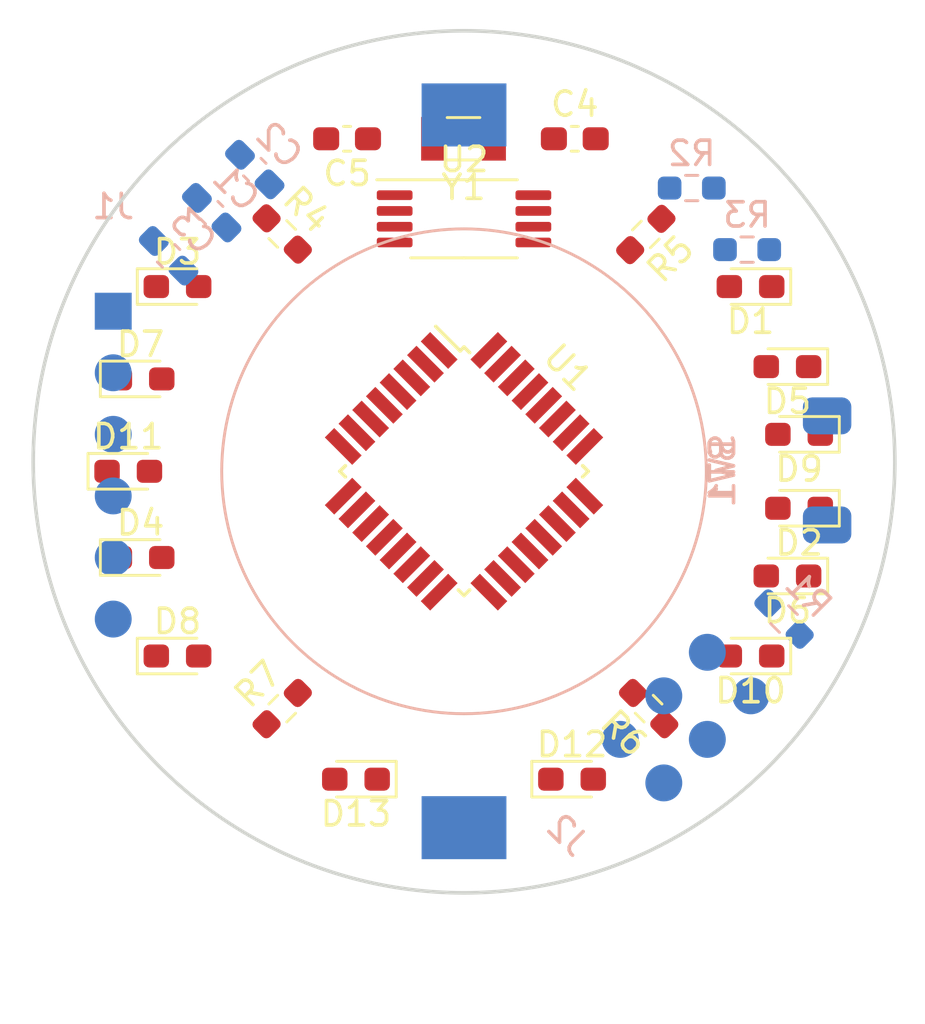
<source format=kicad_pcb>
(kicad_pcb (version 20171130) (host pcbnew 5.1.7-a382d34a8~87~ubuntu18.04.1)

  (general
    (thickness 0.8)
    (drawings 2)
    (tracks 0)
    (zones 0)
    (modules 32)
    (nets 39)
  )

  (page A4)
  (layers
    (0 F.Cu signal)
    (31 B.Cu signal)
    (32 B.Adhes user)
    (33 F.Adhes user)
    (34 B.Paste user)
    (35 F.Paste user)
    (36 B.SilkS user)
    (37 F.SilkS user)
    (38 B.Mask user)
    (39 F.Mask user)
    (40 Dwgs.User user)
    (41 Cmts.User user)
    (42 Eco1.User user)
    (43 Eco2.User user)
    (44 Edge.Cuts user)
    (45 Margin user)
    (46 B.CrtYd user)
    (47 F.CrtYd user)
    (48 B.Fab user)
    (49 F.Fab user)
  )

  (setup
    (last_trace_width 0.25)
    (trace_clearance 0.2)
    (zone_clearance 0.508)
    (zone_45_only no)
    (trace_min 0.2)
    (via_size 0.8)
    (via_drill 0.4)
    (via_min_size 0.4)
    (via_min_drill 0.3)
    (uvia_size 0.3)
    (uvia_drill 0.1)
    (uvias_allowed no)
    (uvia_min_size 0.2)
    (uvia_min_drill 0.1)
    (edge_width 0.05)
    (segment_width 0.2)
    (pcb_text_width 0.3)
    (pcb_text_size 1.5 1.5)
    (mod_edge_width 0.12)
    (mod_text_size 1 1)
    (mod_text_width 0.15)
    (pad_size 1.524 1.524)
    (pad_drill 0.762)
    (pad_to_mask_clearance 0.05)
    (aux_axis_origin 0 0)
    (grid_origin 185.42 100.721022)
    (visible_elements FFFFFF7F)
    (pcbplotparams
      (layerselection 0x010fc_ffffffff)
      (usegerberextensions false)
      (usegerberattributes true)
      (usegerberadvancedattributes true)
      (creategerberjobfile true)
      (excludeedgelayer true)
      (linewidth 0.100000)
      (plotframeref false)
      (viasonmask false)
      (mode 1)
      (useauxorigin false)
      (hpglpennumber 1)
      (hpglpenspeed 20)
      (hpglpendiameter 15.000000)
      (psnegative false)
      (psa4output false)
      (plotreference true)
      (plotvalue true)
      (plotinvisibletext false)
      (padsonsilk false)
      (subtractmaskfromsilk false)
      (outputformat 1)
      (mirror false)
      (drillshape 1)
      (scaleselection 1)
      (outputdirectory ""))
  )

  (net 0 "")
  (net 1 GND)
  (net 2 /VCC)
  (net 3 "Net-(C4-Pad1)")
  (net 4 "Net-(C5-Pad1)")
  (net 5 "Net-(D1-Pad2)")
  (net 6 "Net-(D1-Pad1)")
  (net 7 "Net-(D10-Pad1)")
  (net 8 "Net-(D11-Pad1)")
  (net 9 "Net-(D12-Pad1)")
  (net 10 "Net-(D5-Pad2)")
  (net 11 "Net-(D10-Pad2)")
  (net 12 "Net-(D13-Pad2)")
  (net 13 "Net-(D13-Pad1)")
  (net 14 "Net-(J1-Pad5)")
  (net 15 "Net-(J1-Pad3)")
  (net 16 "Net-(J1-Pad2)")
  (net 17 /MOSI)
  (net 18 /RST)
  (net 19 /SCLK)
  (net 20 /MISO)
  (net 21 /SCL)
  (net 22 /SDA)
  (net 23 "Net-(R4-Pad2)")
  (net 24 "Net-(R5-Pad2)")
  (net 25 "Net-(R6-Pad2)")
  (net 26 "Net-(SW1-Pad1)")
  (net 27 "Net-(U1-Pad23)")
  (net 28 "Net-(U1-Pad22)")
  (net 29 "Net-(U1-Pad21)")
  (net 30 "Net-(U1-Pad20)")
  (net 31 "Net-(U1-Pad19)")
  (net 32 "Net-(U1-Pad14)")
  (net 33 "Net-(U1-Pad13)")
  (net 34 "Net-(U1-Pad12)")
  (net 35 "Net-(U2-Pad7)")
  (net 36 "Net-(U1-Pad25)")
  (net 37 "Net-(U1-Pad24)")
  (net 38 "Net-(C3-Pad2)")

  (net_class Default "This is the default net class."
    (clearance 0.2)
    (trace_width 0.25)
    (via_dia 0.8)
    (via_drill 0.4)
    (uvia_dia 0.3)
    (uvia_drill 0.1)
    (add_net /MISO)
    (add_net /MOSI)
    (add_net /RST)
    (add_net /SCL)
    (add_net /SCLK)
    (add_net /SDA)
    (add_net /VCC)
    (add_net GND)
    (add_net "Net-(C3-Pad2)")
    (add_net "Net-(C4-Pad1)")
    (add_net "Net-(C5-Pad1)")
    (add_net "Net-(D1-Pad1)")
    (add_net "Net-(D1-Pad2)")
    (add_net "Net-(D10-Pad1)")
    (add_net "Net-(D10-Pad2)")
    (add_net "Net-(D11-Pad1)")
    (add_net "Net-(D12-Pad1)")
    (add_net "Net-(D13-Pad1)")
    (add_net "Net-(D13-Pad2)")
    (add_net "Net-(D5-Pad2)")
    (add_net "Net-(J1-Pad2)")
    (add_net "Net-(J1-Pad3)")
    (add_net "Net-(J1-Pad5)")
    (add_net "Net-(R4-Pad2)")
    (add_net "Net-(R5-Pad2)")
    (add_net "Net-(R6-Pad2)")
    (add_net "Net-(SW1-Pad1)")
    (add_net "Net-(U1-Pad12)")
    (add_net "Net-(U1-Pad13)")
    (add_net "Net-(U1-Pad14)")
    (add_net "Net-(U1-Pad19)")
    (add_net "Net-(U1-Pad20)")
    (add_net "Net-(U1-Pad21)")
    (add_net "Net-(U1-Pad22)")
    (add_net "Net-(U1-Pad23)")
    (add_net "Net-(U1-Pad24)")
    (add_net "Net-(U1-Pad25)")
    (add_net "Net-(U2-Pad7)")
  )

  (module Capacitor_SMD:C_0603_1608Metric_Pad1.08x0.95mm_HandSolder (layer B.Cu) (tedit 5F68FEEF) (tstamp 5F998494)
    (at 176.784 88.275022 135)
    (descr "Capacitor SMD 0603 (1608 Metric), square (rectangular) end terminal, IPC_7351 nominal with elongated pad for handsoldering. (Body size source: IPC-SM-782 page 76, https://www.pcb-3d.com/wordpress/wp-content/uploads/ipc-sm-782a_amendment_1_and_2.pdf), generated with kicad-footprint-generator")
    (tags "capacitor handsolder")
    (path /5F85ADEF)
    (attr smd)
    (fp_text reference C2 (at 0 1.43 135) (layer B.SilkS)
      (effects (font (size 1 1) (thickness 0.15)) (justify mirror))
    )
    (fp_text value 6.7uF (at 0 -1.43 135) (layer B.Fab)
      (effects (font (size 1 1) (thickness 0.15)) (justify mirror))
    )
    (fp_line (start 1.65 -0.73) (end -1.65 -0.73) (layer B.CrtYd) (width 0.05))
    (fp_line (start 1.65 0.73) (end 1.65 -0.73) (layer B.CrtYd) (width 0.05))
    (fp_line (start -1.65 0.73) (end 1.65 0.73) (layer B.CrtYd) (width 0.05))
    (fp_line (start -1.65 -0.73) (end -1.65 0.73) (layer B.CrtYd) (width 0.05))
    (fp_line (start -0.146267 -0.51) (end 0.146267 -0.51) (layer B.SilkS) (width 0.12))
    (fp_line (start -0.146267 0.51) (end 0.146267 0.51) (layer B.SilkS) (width 0.12))
    (fp_line (start 0.8 -0.4) (end -0.8 -0.4) (layer B.Fab) (width 0.1))
    (fp_line (start 0.8 0.4) (end 0.8 -0.4) (layer B.Fab) (width 0.1))
    (fp_line (start -0.8 0.4) (end 0.8 0.4) (layer B.Fab) (width 0.1))
    (fp_line (start -0.8 -0.4) (end -0.8 0.4) (layer B.Fab) (width 0.1))
    (fp_text user %R (at 0 0 135) (layer B.Fab)
      (effects (font (size 0.4 0.4) (thickness 0.06)) (justify mirror))
    )
    (pad 2 smd roundrect (at 0.8625 0 135) (size 1.075 0.95) (layers B.Cu B.Paste B.Mask) (roundrect_rratio 0.25)
      (net 1 GND))
    (pad 1 smd roundrect (at -0.8625 0 135) (size 1.075 0.95) (layers B.Cu B.Paste B.Mask) (roundrect_rratio 0.25)
      (net 2 /VCC))
    (model ${KISYS3DMOD}/Capacitor_SMD.3dshapes/C_0603_1608Metric.wrl
      (at (xyz 0 0 0))
      (scale (xyz 1 1 1))
      (rotate (xyz 0 0 0))
    )
  )

  (module Crystal:Crystal_SMD_3215-2Pin_3.2x1.5mm (layer F.Cu) (tedit 5A0FD1B2) (tstamp 5FAFE700)
    (at 185.4 87.005022 180)
    (descr "SMD Crystal FC-135 https://support.epson.biz/td/api/doc_check.php?dl=brief_FC-135R_en.pdf")
    (tags "SMD SMT Crystal")
    (path /5F85A2C4)
    (attr smd)
    (fp_text reference Y1 (at 0 -2) (layer F.SilkS)
      (effects (font (size 1 1) (thickness 0.15)))
    )
    (fp_text value 32.758kHz (at 0 2) (layer F.Fab)
      (effects (font (size 1 1) (thickness 0.15)))
    )
    (fp_line (start 2 -1.15) (end 2 1.15) (layer F.CrtYd) (width 0.05))
    (fp_line (start -2 -1.15) (end -2 1.15) (layer F.CrtYd) (width 0.05))
    (fp_line (start -2 1.15) (end 2 1.15) (layer F.CrtYd) (width 0.05))
    (fp_line (start -1.6 0.75) (end 1.6 0.75) (layer F.Fab) (width 0.1))
    (fp_line (start -1.6 -0.75) (end 1.6 -0.75) (layer F.Fab) (width 0.1))
    (fp_line (start 1.6 -0.75) (end 1.6 0.75) (layer F.Fab) (width 0.1))
    (fp_line (start -0.675 -0.875) (end 0.675 -0.875) (layer F.SilkS) (width 0.12))
    (fp_line (start -0.675 0.875) (end 0.675 0.875) (layer F.SilkS) (width 0.12))
    (fp_line (start -1.6 -0.75) (end -1.6 0.75) (layer F.Fab) (width 0.1))
    (fp_line (start -2 -1.15) (end 2 -1.15) (layer F.CrtYd) (width 0.05))
    (fp_text user %R (at 0 -2) (layer F.Fab)
      (effects (font (size 1 1) (thickness 0.15)))
    )
    (pad 2 smd rect (at -1.25 0 180) (size 1 1.8) (layers F.Cu F.Paste F.Mask)
      (net 3 "Net-(C4-Pad1)"))
    (pad 1 smd rect (at 1.25 0 180) (size 1 1.8) (layers F.Cu F.Paste F.Mask)
      (net 4 "Net-(C5-Pad1)"))
    (model ${KISYS3DMOD}/Crystal.3dshapes/Crystal_SMD_3215-2Pin_3.2x1.5mm.wrl
      (at (xyz 0 0 0))
      (scale (xyz 1 1 1))
      (rotate (xyz 0 0 0))
    )
  )

  (module Package_SO:TSSOP-8_4.4x3mm_P0.65mm (layer F.Cu) (tedit 5E476F32) (tstamp 5F99610F)
    (at 185.42 90.307022)
    (descr "TSSOP, 8 Pin (JEDEC MO-153 Var AA https://www.jedec.org/document_search?search_api_views_fulltext=MO-153), generated with kicad-footprint-generator ipc_gullwing_generator.py")
    (tags "TSSOP SO")
    (path /5F830451)
    (attr smd)
    (fp_text reference U2 (at 0 -2.45) (layer F.SilkS)
      (effects (font (size 1 1) (thickness 0.15)))
    )
    (fp_text value MCP7940N-xMS (at 0 2.45) (layer F.Fab)
      (effects (font (size 1 1) (thickness 0.15)))
    )
    (fp_line (start 3.85 -1.75) (end -3.85 -1.75) (layer F.CrtYd) (width 0.05))
    (fp_line (start 3.85 1.75) (end 3.85 -1.75) (layer F.CrtYd) (width 0.05))
    (fp_line (start -3.85 1.75) (end 3.85 1.75) (layer F.CrtYd) (width 0.05))
    (fp_line (start -3.85 -1.75) (end -3.85 1.75) (layer F.CrtYd) (width 0.05))
    (fp_line (start -2.2 -0.75) (end -1.45 -1.5) (layer F.Fab) (width 0.1))
    (fp_line (start -2.2 1.5) (end -2.2 -0.75) (layer F.Fab) (width 0.1))
    (fp_line (start 2.2 1.5) (end -2.2 1.5) (layer F.Fab) (width 0.1))
    (fp_line (start 2.2 -1.5) (end 2.2 1.5) (layer F.Fab) (width 0.1))
    (fp_line (start -1.45 -1.5) (end 2.2 -1.5) (layer F.Fab) (width 0.1))
    (fp_line (start 0 -1.61) (end -3.6 -1.61) (layer F.SilkS) (width 0.12))
    (fp_line (start 0 -1.61) (end 2.2 -1.61) (layer F.SilkS) (width 0.12))
    (fp_line (start 0 1.61) (end -2.2 1.61) (layer F.SilkS) (width 0.12))
    (fp_line (start 0 1.61) (end 2.2 1.61) (layer F.SilkS) (width 0.12))
    (fp_text user %R (at 0 0) (layer F.Fab)
      (effects (font (size 1 1) (thickness 0.15)))
    )
    (pad 8 smd roundrect (at 2.8625 -0.975) (size 1.475 0.4) (layers F.Cu F.Paste F.Mask) (roundrect_rratio 0.25)
      (net 2 /VCC))
    (pad 7 smd roundrect (at 2.8625 -0.325) (size 1.475 0.4) (layers F.Cu F.Paste F.Mask) (roundrect_rratio 0.25)
      (net 35 "Net-(U2-Pad7)"))
    (pad 6 smd roundrect (at 2.8625 0.325) (size 1.475 0.4) (layers F.Cu F.Paste F.Mask) (roundrect_rratio 0.25)
      (net 21 /SCL))
    (pad 5 smd roundrect (at 2.8625 0.975) (size 1.475 0.4) (layers F.Cu F.Paste F.Mask) (roundrect_rratio 0.25)
      (net 22 /SDA))
    (pad 4 smd roundrect (at -2.8625 0.975) (size 1.475 0.4) (layers F.Cu F.Paste F.Mask) (roundrect_rratio 0.25)
      (net 1 GND))
    (pad 3 smd roundrect (at -2.8625 0.325) (size 1.475 0.4) (layers F.Cu F.Paste F.Mask) (roundrect_rratio 0.25)
      (net 2 /VCC))
    (pad 2 smd roundrect (at -2.8625 -0.325) (size 1.475 0.4) (layers F.Cu F.Paste F.Mask) (roundrect_rratio 0.25)
      (net 3 "Net-(C4-Pad1)"))
    (pad 1 smd roundrect (at -2.8625 -0.975) (size 1.475 0.4) (layers F.Cu F.Paste F.Mask) (roundrect_rratio 0.25)
      (net 4 "Net-(C5-Pad1)"))
    (model ${KISYS3DMOD}/Package_SO.3dshapes/TSSOP-8_4.4x3mm_P0.65mm.wrl
      (at (xyz 0 0 0))
      (scale (xyz 1 1 1))
      (rotate (xyz 0 0 0))
    )
  )

  (module Package_QFP:TQFP-32_7x7mm_P0.8mm (layer F.Cu) (tedit 5A02F146) (tstamp 5F996AB4)
    (at 185.42 100.721022 315)
    (descr "32-Lead Plastic Thin Quad Flatpack (PT) - 7x7x1.0 mm Body, 2.00 mm [TQFP] (see Microchip Packaging Specification 00000049BS.pdf)")
    (tags "QFP 0.8")
    (path /5F82CDB5)
    (attr smd)
    (fp_text reference U1 (at 0 -6.05 135) (layer F.SilkS)
      (effects (font (size 1 1) (thickness 0.15)))
    )
    (fp_text value ATmega328P-AU (at 0 6.05 135) (layer F.Fab)
      (effects (font (size 1 1) (thickness 0.15)))
    )
    (fp_line (start -3.625 -3.4) (end -5.05 -3.4) (layer F.SilkS) (width 0.15))
    (fp_line (start 3.625 -3.625) (end 3.3 -3.625) (layer F.SilkS) (width 0.15))
    (fp_line (start 3.625 3.625) (end 3.3 3.625) (layer F.SilkS) (width 0.15))
    (fp_line (start -3.625 3.625) (end -3.3 3.625) (layer F.SilkS) (width 0.15))
    (fp_line (start -3.625 -3.625) (end -3.3 -3.625) (layer F.SilkS) (width 0.15))
    (fp_line (start -3.625 3.625) (end -3.625 3.3) (layer F.SilkS) (width 0.15))
    (fp_line (start 3.625 3.625) (end 3.625 3.3) (layer F.SilkS) (width 0.15))
    (fp_line (start 3.625 -3.625) (end 3.625 -3.3) (layer F.SilkS) (width 0.15))
    (fp_line (start -3.625 -3.625) (end -3.625 -3.4) (layer F.SilkS) (width 0.15))
    (fp_line (start -5.3 5.3) (end 5.3 5.3) (layer F.CrtYd) (width 0.05))
    (fp_line (start -5.3 -5.3) (end 5.3 -5.3) (layer F.CrtYd) (width 0.05))
    (fp_line (start 5.3 -5.3) (end 5.3 5.3) (layer F.CrtYd) (width 0.05))
    (fp_line (start -5.3 -5.3) (end -5.3 5.3) (layer F.CrtYd) (width 0.05))
    (fp_line (start -3.5 -2.5) (end -2.5 -3.5) (layer F.Fab) (width 0.15))
    (fp_line (start -3.5 3.5) (end -3.5 -2.5) (layer F.Fab) (width 0.15))
    (fp_line (start 3.5 3.5) (end -3.5 3.5) (layer F.Fab) (width 0.15))
    (fp_line (start 3.5 -3.5) (end 3.5 3.5) (layer F.Fab) (width 0.15))
    (fp_line (start -2.5 -3.5) (end 3.5 -3.5) (layer F.Fab) (width 0.15))
    (fp_text user %R (at 0 0 135) (layer F.Fab)
      (effects (font (size 1 1) (thickness 0.15)))
    )
    (pad 32 smd rect (at -2.8 -4.25 45) (size 1.6 0.55) (layers F.Cu F.Paste F.Mask)
      (net 26 "Net-(SW1-Pad1)"))
    (pad 31 smd rect (at -2 -4.25 45) (size 1.6 0.55) (layers F.Cu F.Paste F.Mask)
      (net 15 "Net-(J1-Pad3)"))
    (pad 30 smd rect (at -1.2 -4.25 45) (size 1.6 0.55) (layers F.Cu F.Paste F.Mask)
      (net 16 "Net-(J1-Pad2)"))
    (pad 29 smd rect (at -0.4 -4.25 45) (size 1.6 0.55) (layers F.Cu F.Paste F.Mask)
      (net 18 /RST))
    (pad 28 smd rect (at 0.4 -4.25 45) (size 1.6 0.55) (layers F.Cu F.Paste F.Mask)
      (net 21 /SCL))
    (pad 27 smd rect (at 1.2 -4.25 45) (size 1.6 0.55) (layers F.Cu F.Paste F.Mask)
      (net 22 /SDA))
    (pad 26 smd rect (at 2 -4.25 45) (size 1.6 0.55) (layers F.Cu F.Paste F.Mask)
      (net 13 "Net-(D13-Pad1)"))
    (pad 25 smd rect (at 2.8 -4.25 45) (size 1.6 0.55) (layers F.Cu F.Paste F.Mask)
      (net 36 "Net-(U1-Pad25)"))
    (pad 24 smd rect (at 4.25 -2.8 315) (size 1.6 0.55) (layers F.Cu F.Paste F.Mask)
      (net 37 "Net-(U1-Pad24)"))
    (pad 23 smd rect (at 4.25 -2 315) (size 1.6 0.55) (layers F.Cu F.Paste F.Mask)
      (net 27 "Net-(U1-Pad23)"))
    (pad 22 smd rect (at 4.25 -1.2 315) (size 1.6 0.55) (layers F.Cu F.Paste F.Mask)
      (net 28 "Net-(U1-Pad22)"))
    (pad 21 smd rect (at 4.25 -0.4 315) (size 1.6 0.55) (layers F.Cu F.Paste F.Mask)
      (net 29 "Net-(U1-Pad21)"))
    (pad 20 smd rect (at 4.25 0.4 315) (size 1.6 0.55) (layers F.Cu F.Paste F.Mask)
      (net 30 "Net-(U1-Pad20)"))
    (pad 19 smd rect (at 4.25 1.2 315) (size 1.6 0.55) (layers F.Cu F.Paste F.Mask)
      (net 31 "Net-(U1-Pad19)"))
    (pad 18 smd rect (at 4.25 2 315) (size 1.6 0.55) (layers F.Cu F.Paste F.Mask)
      (net 2 /VCC))
    (pad 17 smd rect (at 4.25 2.8 315) (size 1.6 0.55) (layers F.Cu F.Paste F.Mask)
      (net 19 /SCLK))
    (pad 16 smd rect (at 2.8 4.25 45) (size 1.6 0.55) (layers F.Cu F.Paste F.Mask)
      (net 20 /MISO))
    (pad 15 smd rect (at 2 4.25 45) (size 1.6 0.55) (layers F.Cu F.Paste F.Mask)
      (net 17 /MOSI))
    (pad 14 smd rect (at 1.2 4.25 45) (size 1.6 0.55) (layers F.Cu F.Paste F.Mask)
      (net 32 "Net-(U1-Pad14)"))
    (pad 13 smd rect (at 0.4 4.25 45) (size 1.6 0.55) (layers F.Cu F.Paste F.Mask)
      (net 33 "Net-(U1-Pad13)"))
    (pad 12 smd rect (at -0.4 4.25 45) (size 1.6 0.55) (layers F.Cu F.Paste F.Mask)
      (net 34 "Net-(U1-Pad12)"))
    (pad 11 smd rect (at -1.2 4.25 45) (size 1.6 0.55) (layers F.Cu F.Paste F.Mask)
      (net 25 "Net-(R6-Pad2)"))
    (pad 10 smd rect (at -2 4.25 45) (size 1.6 0.55) (layers F.Cu F.Paste F.Mask)
      (net 24 "Net-(R5-Pad2)"))
    (pad 9 smd rect (at -2.8 4.25 45) (size 1.6 0.55) (layers F.Cu F.Paste F.Mask)
      (net 23 "Net-(R4-Pad2)"))
    (pad 8 smd rect (at -4.25 2.8 315) (size 1.6 0.55) (layers F.Cu F.Paste F.Mask)
      (net 7 "Net-(D10-Pad1)"))
    (pad 7 smd rect (at -4.25 2 315) (size 1.6 0.55) (layers F.Cu F.Paste F.Mask)
      (net 6 "Net-(D1-Pad1)"))
    (pad 6 smd rect (at -4.25 1.2 315) (size 1.6 0.55) (layers F.Cu F.Paste F.Mask)
      (net 2 /VCC))
    (pad 5 smd rect (at -4.25 0.4 315) (size 1.6 0.55) (layers F.Cu F.Paste F.Mask)
      (net 29 "Net-(U1-Pad21)"))
    (pad 4 smd rect (at -4.25 -0.4 315) (size 1.6 0.55) (layers F.Cu F.Paste F.Mask)
      (net 2 /VCC))
    (pad 3 smd rect (at -4.25 -1.2 315) (size 1.6 0.55) (layers F.Cu F.Paste F.Mask)
      (net 29 "Net-(U1-Pad21)"))
    (pad 2 smd rect (at -4.25 -2 315) (size 1.6 0.55) (layers F.Cu F.Paste F.Mask)
      (net 9 "Net-(D12-Pad1)"))
    (pad 1 smd rect (at -4.25 -2.8 315) (size 1.6 0.55) (layers F.Cu F.Paste F.Mask)
      (net 8 "Net-(D11-Pad1)"))
    (model ${KISYS3DMOD}/Package_QFP.3dshapes/TQFP-32_7x7mm_P0.8mm.wrl
      (at (xyz 0 0 0))
      (scale (xyz 1 1 1))
      (rotate (xyz 0 0 0))
    )
  )

  (module binary_watch:push_4.5mm (layer B.Cu) (tedit 5F958468) (tstamp 5F9960B2)
    (at 200.406 100.685022 270)
    (path /5F88C40C)
    (fp_text reference SW1 (at 0 4.318 270) (layer B.SilkS)
      (effects (font (size 1 1) (thickness 0.15)) (justify mirror))
    )
    (fp_text value SW_Push (at 0 2.54 270) (layer B.Fab)
      (effects (font (size 1 1) (thickness 0.15)) (justify mirror))
    )
    (pad 2 smd roundrect (at 2.25 0 270) (size 1.524 2) (layers B.Cu B.Paste B.Mask) (roundrect_rratio 0.25)
      (net 1 GND))
    (pad 1 smd roundrect (at -2.25 0 270) (size 1.524 2) (layers B.Cu B.Paste B.Mask) (roundrect_rratio 0.25)
      (net 26 "Net-(SW1-Pad1)"))
  )

  (module Resistor_SMD:R_0603_1608Metric_Pad0.98x0.95mm_HandSolder (layer F.Cu) (tedit 5F68FEEE) (tstamp 5F998A9D)
    (at 177.916765 110.510257 45)
    (descr "Resistor SMD 0603 (1608 Metric), square (rectangular) end terminal, IPC_7351 nominal with elongated pad for handsoldering. (Body size source: IPC-SM-782 page 72, https://www.pcb-3d.com/wordpress/wp-content/uploads/ipc-sm-782a_amendment_1_and_2.pdf), generated with kicad-footprint-generator")
    (tags "resistor handsolder")
    (path /5F8F8E26)
    (attr smd)
    (fp_text reference R7 (at 0 -1.43 45) (layer F.SilkS)
      (effects (font (size 1 1) (thickness 0.15)))
    )
    (fp_text value 330 (at 0 1.43 45) (layer F.Fab)
      (effects (font (size 1 1) (thickness 0.15)))
    )
    (fp_line (start 1.65 0.73) (end -1.65 0.73) (layer F.CrtYd) (width 0.05))
    (fp_line (start 1.65 -0.73) (end 1.65 0.73) (layer F.CrtYd) (width 0.05))
    (fp_line (start -1.65 -0.73) (end 1.65 -0.73) (layer F.CrtYd) (width 0.05))
    (fp_line (start -1.65 0.73) (end -1.65 -0.73) (layer F.CrtYd) (width 0.05))
    (fp_line (start -0.254724 0.5225) (end 0.254724 0.5225) (layer F.SilkS) (width 0.12))
    (fp_line (start -0.254724 -0.5225) (end 0.254724 -0.5225) (layer F.SilkS) (width 0.12))
    (fp_line (start 0.8 0.4125) (end -0.8 0.4125) (layer F.Fab) (width 0.1))
    (fp_line (start 0.8 -0.4125) (end 0.8 0.4125) (layer F.Fab) (width 0.1))
    (fp_line (start -0.8 -0.4125) (end 0.8 -0.4125) (layer F.Fab) (width 0.1))
    (fp_line (start -0.8 0.4125) (end -0.8 -0.4125) (layer F.Fab) (width 0.1))
    (fp_text user %R (at 0 0 45) (layer F.Fab)
      (effects (font (size 0.4 0.4) (thickness 0.06)))
    )
    (pad 2 smd roundrect (at 0.9125 0 45) (size 0.975 0.95) (layers F.Cu F.Paste F.Mask) (roundrect_rratio 0.25)
      (net 1 GND))
    (pad 1 smd roundrect (at -0.9125 0 45) (size 0.975 0.95) (layers F.Cu F.Paste F.Mask) (roundrect_rratio 0.25)
      (net 12 "Net-(D13-Pad2)"))
    (model ${KISYS3DMOD}/Resistor_SMD.3dshapes/R_0603_1608Metric.wrl
      (at (xyz 0 0 0))
      (scale (xyz 1 1 1))
      (rotate (xyz 0 0 0))
    )
  )

  (module Resistor_SMD:R_0603_1608Metric_Pad0.98x0.95mm_HandSolder (layer F.Cu) (tedit 5F68FEEE) (tstamp 5F9992AF)
    (at 193.04 110.510257 135)
    (descr "Resistor SMD 0603 (1608 Metric), square (rectangular) end terminal, IPC_7351 nominal with elongated pad for handsoldering. (Body size source: IPC-SM-782 page 72, https://www.pcb-3d.com/wordpress/wp-content/uploads/ipc-sm-782a_amendment_1_and_2.pdf), generated with kicad-footprint-generator")
    (tags "resistor handsolder")
    (path /5F896125)
    (attr smd)
    (fp_text reference R6 (at 0 -1.43 135) (layer F.SilkS)
      (effects (font (size 1 1) (thickness 0.15)))
    )
    (fp_text value 330 (at 0 1.43 135) (layer F.Fab)
      (effects (font (size 1 1) (thickness 0.15)))
    )
    (fp_line (start 1.65 0.73) (end -1.65 0.73) (layer F.CrtYd) (width 0.05))
    (fp_line (start 1.65 -0.73) (end 1.65 0.73) (layer F.CrtYd) (width 0.05))
    (fp_line (start -1.65 -0.73) (end 1.65 -0.73) (layer F.CrtYd) (width 0.05))
    (fp_line (start -1.65 0.73) (end -1.65 -0.73) (layer F.CrtYd) (width 0.05))
    (fp_line (start -0.254724 0.5225) (end 0.254724 0.5225) (layer F.SilkS) (width 0.12))
    (fp_line (start -0.254724 -0.5225) (end 0.254724 -0.5225) (layer F.SilkS) (width 0.12))
    (fp_line (start 0.8 0.4125) (end -0.8 0.4125) (layer F.Fab) (width 0.1))
    (fp_line (start 0.8 -0.4125) (end 0.8 0.4125) (layer F.Fab) (width 0.1))
    (fp_line (start -0.8 -0.4125) (end 0.8 -0.4125) (layer F.Fab) (width 0.1))
    (fp_line (start -0.8 0.4125) (end -0.8 -0.4125) (layer F.Fab) (width 0.1))
    (fp_text user %R (at 0 0 135) (layer F.Fab)
      (effects (font (size 0.4 0.4) (thickness 0.06)))
    )
    (pad 2 smd roundrect (at 0.9125 0 135) (size 0.975 0.95) (layers F.Cu F.Paste F.Mask) (roundrect_rratio 0.25)
      (net 25 "Net-(R6-Pad2)"))
    (pad 1 smd roundrect (at -0.9125 0 135) (size 0.975 0.95) (layers F.Cu F.Paste F.Mask) (roundrect_rratio 0.25)
      (net 11 "Net-(D10-Pad2)"))
    (model ${KISYS3DMOD}/Resistor_SMD.3dshapes/R_0603_1608Metric.wrl
      (at (xyz 0 0 0))
      (scale (xyz 1 1 1))
      (rotate (xyz 0 0 0))
    )
  )

  (module Resistor_SMD:R_0603_1608Metric_Pad0.98x0.95mm_HandSolder (layer F.Cu) (tedit 5F68FEEE) (tstamp 5F9995CC)
    (at 192.923235 90.952257 225)
    (descr "Resistor SMD 0603 (1608 Metric), square (rectangular) end terminal, IPC_7351 nominal with elongated pad for handsoldering. (Body size source: IPC-SM-782 page 72, https://www.pcb-3d.com/wordpress/wp-content/uploads/ipc-sm-782a_amendment_1_and_2.pdf), generated with kicad-footprint-generator")
    (tags "resistor handsolder")
    (path /5F895E52)
    (attr smd)
    (fp_text reference R5 (at 0 -1.43 45) (layer F.SilkS)
      (effects (font (size 1 1) (thickness 0.15)))
    )
    (fp_text value 330 (at 0 1.43 45) (layer F.Fab)
      (effects (font (size 1 1) (thickness 0.15)))
    )
    (fp_line (start 1.65 0.73) (end -1.65 0.73) (layer F.CrtYd) (width 0.05))
    (fp_line (start 1.65 -0.73) (end 1.65 0.73) (layer F.CrtYd) (width 0.05))
    (fp_line (start -1.65 -0.73) (end 1.65 -0.73) (layer F.CrtYd) (width 0.05))
    (fp_line (start -1.65 0.73) (end -1.65 -0.73) (layer F.CrtYd) (width 0.05))
    (fp_line (start -0.254724 0.5225) (end 0.254724 0.5225) (layer F.SilkS) (width 0.12))
    (fp_line (start -0.254724 -0.5225) (end 0.254724 -0.5225) (layer F.SilkS) (width 0.12))
    (fp_line (start 0.8 0.4125) (end -0.8 0.4125) (layer F.Fab) (width 0.1))
    (fp_line (start 0.8 -0.4125) (end 0.8 0.4125) (layer F.Fab) (width 0.1))
    (fp_line (start -0.8 -0.4125) (end 0.8 -0.4125) (layer F.Fab) (width 0.1))
    (fp_line (start -0.8 0.4125) (end -0.8 -0.4125) (layer F.Fab) (width 0.1))
    (fp_text user %R (at 0 0 45) (layer F.Fab)
      (effects (font (size 0.4 0.4) (thickness 0.06)))
    )
    (pad 2 smd roundrect (at 0.9125 0 225) (size 0.975 0.95) (layers F.Cu F.Paste F.Mask) (roundrect_rratio 0.25)
      (net 24 "Net-(R5-Pad2)"))
    (pad 1 smd roundrect (at -0.9125 0 225) (size 0.975 0.95) (layers F.Cu F.Paste F.Mask) (roundrect_rratio 0.25)
      (net 10 "Net-(D5-Pad2)"))
    (model ${KISYS3DMOD}/Resistor_SMD.3dshapes/R_0603_1608Metric.wrl
      (at (xyz 0 0 0))
      (scale (xyz 1 1 1))
      (rotate (xyz 0 0 0))
    )
  )

  (module Resistor_SMD:R_0603_1608Metric_Pad0.98x0.95mm_HandSolder (layer F.Cu) (tedit 5F68FEEE) (tstamp 5F996079)
    (at 177.916765 90.931787 315)
    (descr "Resistor SMD 0603 (1608 Metric), square (rectangular) end terminal, IPC_7351 nominal with elongated pad for handsoldering. (Body size source: IPC-SM-782 page 72, https://www.pcb-3d.com/wordpress/wp-content/uploads/ipc-sm-782a_amendment_1_and_2.pdf), generated with kicad-footprint-generator")
    (tags "resistor handsolder")
    (path /5F859E33)
    (attr smd)
    (fp_text reference R4 (at 0 -1.43 135) (layer F.SilkS)
      (effects (font (size 1 1) (thickness 0.15)))
    )
    (fp_text value 330 (at 0 1.43 135) (layer F.Fab)
      (effects (font (size 1 1) (thickness 0.15)))
    )
    (fp_line (start 1.65 0.73) (end -1.65 0.73) (layer F.CrtYd) (width 0.05))
    (fp_line (start 1.65 -0.73) (end 1.65 0.73) (layer F.CrtYd) (width 0.05))
    (fp_line (start -1.65 -0.73) (end 1.65 -0.73) (layer F.CrtYd) (width 0.05))
    (fp_line (start -1.65 0.73) (end -1.65 -0.73) (layer F.CrtYd) (width 0.05))
    (fp_line (start -0.254724 0.5225) (end 0.254724 0.5225) (layer F.SilkS) (width 0.12))
    (fp_line (start -0.254724 -0.5225) (end 0.254724 -0.5225) (layer F.SilkS) (width 0.12))
    (fp_line (start 0.8 0.4125) (end -0.8 0.4125) (layer F.Fab) (width 0.1))
    (fp_line (start 0.8 -0.4125) (end 0.8 0.4125) (layer F.Fab) (width 0.1))
    (fp_line (start -0.8 -0.4125) (end 0.8 -0.4125) (layer F.Fab) (width 0.1))
    (fp_line (start -0.8 0.4125) (end -0.8 -0.4125) (layer F.Fab) (width 0.1))
    (fp_text user %R (at 0 0 135) (layer F.Fab)
      (effects (font (size 0.4 0.4) (thickness 0.06)))
    )
    (pad 2 smd roundrect (at 0.9125 0 315) (size 0.975 0.95) (layers F.Cu F.Paste F.Mask) (roundrect_rratio 0.25)
      (net 23 "Net-(R4-Pad2)"))
    (pad 1 smd roundrect (at -0.9125 0 315) (size 0.975 0.95) (layers F.Cu F.Paste F.Mask) (roundrect_rratio 0.25)
      (net 5 "Net-(D1-Pad2)"))
    (model ${KISYS3DMOD}/Resistor_SMD.3dshapes/R_0603_1608Metric.wrl
      (at (xyz 0 0 0))
      (scale (xyz 1 1 1))
      (rotate (xyz 0 0 0))
    )
  )

  (module Resistor_SMD:R_0603_1608Metric_Pad0.98x0.95mm_HandSolder (layer B.Cu) (tedit 5F68FEEE) (tstamp 5F99864A)
    (at 197.104 91.577022 180)
    (descr "Resistor SMD 0603 (1608 Metric), square (rectangular) end terminal, IPC_7351 nominal with elongated pad for handsoldering. (Body size source: IPC-SM-782 page 72, https://www.pcb-3d.com/wordpress/wp-content/uploads/ipc-sm-782a_amendment_1_and_2.pdf), generated with kicad-footprint-generator")
    (tags "resistor handsolder")
    (path /5F85DE01)
    (attr smd)
    (fp_text reference R3 (at 0 1.43) (layer B.SilkS)
      (effects (font (size 1 1) (thickness 0.15)) (justify mirror))
    )
    (fp_text value 10k (at 0 -1.43) (layer B.Fab)
      (effects (font (size 1 1) (thickness 0.15)) (justify mirror))
    )
    (fp_line (start 1.65 -0.73) (end -1.65 -0.73) (layer B.CrtYd) (width 0.05))
    (fp_line (start 1.65 0.73) (end 1.65 -0.73) (layer B.CrtYd) (width 0.05))
    (fp_line (start -1.65 0.73) (end 1.65 0.73) (layer B.CrtYd) (width 0.05))
    (fp_line (start -1.65 -0.73) (end -1.65 0.73) (layer B.CrtYd) (width 0.05))
    (fp_line (start -0.254724 -0.5225) (end 0.254724 -0.5225) (layer B.SilkS) (width 0.12))
    (fp_line (start -0.254724 0.5225) (end 0.254724 0.5225) (layer B.SilkS) (width 0.12))
    (fp_line (start 0.8 -0.4125) (end -0.8 -0.4125) (layer B.Fab) (width 0.1))
    (fp_line (start 0.8 0.4125) (end 0.8 -0.4125) (layer B.Fab) (width 0.1))
    (fp_line (start -0.8 0.4125) (end 0.8 0.4125) (layer B.Fab) (width 0.1))
    (fp_line (start -0.8 -0.4125) (end -0.8 0.4125) (layer B.Fab) (width 0.1))
    (fp_text user %R (at 0 0) (layer B.Fab)
      (effects (font (size 0.4 0.4) (thickness 0.06)) (justify mirror))
    )
    (pad 2 smd roundrect (at 0.9125 0 180) (size 0.975 0.95) (layers B.Cu B.Paste B.Mask) (roundrect_rratio 0.25)
      (net 22 /SDA))
    (pad 1 smd roundrect (at -0.9125 0 180) (size 0.975 0.95) (layers B.Cu B.Paste B.Mask) (roundrect_rratio 0.25)
      (net 2 /VCC))
    (model ${KISYS3DMOD}/Resistor_SMD.3dshapes/R_0603_1608Metric.wrl
      (at (xyz 0 0 0))
      (scale (xyz 1 1 1))
      (rotate (xyz 0 0 0))
    )
  )

  (module Resistor_SMD:R_0603_1608Metric_Pad0.98x0.95mm_HandSolder (layer B.Cu) (tedit 5F68FEEE) (tstamp 5FAFC172)
    (at 194.818 89.037022 180)
    (descr "Resistor SMD 0603 (1608 Metric), square (rectangular) end terminal, IPC_7351 nominal with elongated pad for handsoldering. (Body size source: IPC-SM-782 page 72, https://www.pcb-3d.com/wordpress/wp-content/uploads/ipc-sm-782a_amendment_1_and_2.pdf), generated with kicad-footprint-generator")
    (tags "resistor handsolder")
    (path /5F85D842)
    (attr smd)
    (fp_text reference R2 (at 0 1.43) (layer B.SilkS)
      (effects (font (size 1 1) (thickness 0.15)) (justify mirror))
    )
    (fp_text value 10k (at 0 -1.43) (layer B.Fab)
      (effects (font (size 1 1) (thickness 0.15)) (justify mirror))
    )
    (fp_line (start 1.65 -0.73) (end -1.65 -0.73) (layer B.CrtYd) (width 0.05))
    (fp_line (start 1.65 0.73) (end 1.65 -0.73) (layer B.CrtYd) (width 0.05))
    (fp_line (start -1.65 0.73) (end 1.65 0.73) (layer B.CrtYd) (width 0.05))
    (fp_line (start -1.65 -0.73) (end -1.65 0.73) (layer B.CrtYd) (width 0.05))
    (fp_line (start -0.254724 -0.5225) (end 0.254724 -0.5225) (layer B.SilkS) (width 0.12))
    (fp_line (start -0.254724 0.5225) (end 0.254724 0.5225) (layer B.SilkS) (width 0.12))
    (fp_line (start 0.8 -0.4125) (end -0.8 -0.4125) (layer B.Fab) (width 0.1))
    (fp_line (start 0.8 0.4125) (end 0.8 -0.4125) (layer B.Fab) (width 0.1))
    (fp_line (start -0.8 0.4125) (end 0.8 0.4125) (layer B.Fab) (width 0.1))
    (fp_line (start -0.8 -0.4125) (end -0.8 0.4125) (layer B.Fab) (width 0.1))
    (fp_text user %R (at 0 0) (layer B.Fab)
      (effects (font (size 0.4 0.4) (thickness 0.06)) (justify mirror))
    )
    (pad 2 smd roundrect (at 0.9125 0 180) (size 0.975 0.95) (layers B.Cu B.Paste B.Mask) (roundrect_rratio 0.25)
      (net 21 /SCL))
    (pad 1 smd roundrect (at -0.9125 0 180) (size 0.975 0.95) (layers B.Cu B.Paste B.Mask) (roundrect_rratio 0.25)
      (net 2 /VCC))
    (model ${KISYS3DMOD}/Resistor_SMD.3dshapes/R_0603_1608Metric.wrl
      (at (xyz 0 0 0))
      (scale (xyz 1 1 1))
      (rotate (xyz 0 0 0))
    )
  )

  (module Resistor_SMD:R_0603_1608Metric_Pad0.98x0.95mm_HandSolder (layer B.Cu) (tedit 5F68FEEE) (tstamp 5FAFBE41)
    (at 198.628 106.817022 135)
    (descr "Resistor SMD 0603 (1608 Metric), square (rectangular) end terminal, IPC_7351 nominal with elongated pad for handsoldering. (Body size source: IPC-SM-782 page 72, https://www.pcb-3d.com/wordpress/wp-content/uploads/ipc-sm-782a_amendment_1_and_2.pdf), generated with kicad-footprint-generator")
    (tags "resistor handsolder")
    (path /5F8E6DCD)
    (attr smd)
    (fp_text reference R1 (at 0 1.43 135) (layer B.SilkS)
      (effects (font (size 1 1) (thickness 0.15)) (justify mirror))
    )
    (fp_text value 10k (at 0 -1.43 135) (layer B.Fab)
      (effects (font (size 1 1) (thickness 0.15)) (justify mirror))
    )
    (fp_line (start 1.65 -0.73) (end -1.65 -0.73) (layer B.CrtYd) (width 0.05))
    (fp_line (start 1.65 0.73) (end 1.65 -0.73) (layer B.CrtYd) (width 0.05))
    (fp_line (start -1.65 0.73) (end 1.65 0.73) (layer B.CrtYd) (width 0.05))
    (fp_line (start -1.65 -0.73) (end -1.65 0.73) (layer B.CrtYd) (width 0.05))
    (fp_line (start -0.254724 -0.5225) (end 0.254724 -0.5225) (layer B.SilkS) (width 0.12))
    (fp_line (start -0.254724 0.5225) (end 0.254724 0.5225) (layer B.SilkS) (width 0.12))
    (fp_line (start 0.8 -0.4125) (end -0.8 -0.4125) (layer B.Fab) (width 0.1))
    (fp_line (start 0.8 0.4125) (end 0.8 -0.4125) (layer B.Fab) (width 0.1))
    (fp_line (start -0.8 0.4125) (end 0.8 0.4125) (layer B.Fab) (width 0.1))
    (fp_line (start -0.8 -0.4125) (end -0.8 0.4125) (layer B.Fab) (width 0.1))
    (fp_text user %R (at 0 0 135) (layer B.Fab)
      (effects (font (size 0.4 0.4) (thickness 0.06)) (justify mirror))
    )
    (pad 2 smd roundrect (at 0.9125 0 135) (size 0.975 0.95) (layers B.Cu B.Paste B.Mask) (roundrect_rratio 0.25)
      (net 18 /RST))
    (pad 1 smd roundrect (at -0.9125 0 135) (size 0.975 0.95) (layers B.Cu B.Paste B.Mask) (roundrect_rratio 0.25)
      (net 2 /VCC))
    (model ${KISYS3DMOD}/Resistor_SMD.3dshapes/R_0603_1608Metric.wrl
      (at (xyz 0 0 0))
      (scale (xyz 1 1 1))
      (rotate (xyz 0 0 0))
    )
  )

  (module binary_watch:Conn2x3 (layer B.Cu) (tedit 5F955769) (tstamp 5FAFBD5E)
    (at 194.564 110.881022 315)
    (path /5F8913AD)
    (fp_text reference J2 (at 0 6.858 135) (layer B.SilkS)
      (effects (font (size 1 1) (thickness 0.15)) (justify mirror))
    )
    (fp_text value Conn_02x03_Counter_Clockwise (at 0 5.08 135) (layer B.Fab)
      (effects (font (size 1 1) (thickness 0.15)) (justify mirror))
    )
    (pad 6 connect circle (at 1.27 -2.54 315) (size 1.524 1.524) (layers B.Cu B.Mask)
      (net 2 /VCC))
    (pad 5 connect circle (at 1.27 0 315) (size 1.524 1.524) (layers B.Cu B.Mask)
      (net 17 /MOSI))
    (pad 4 connect circle (at 1.27 2.54 315) (size 1.524 1.524) (layers B.Cu B.Mask)
      (net 1 GND))
    (pad 3 connect circle (at -1.27 -2.54 315) (size 1.524 1.524) (layers B.Cu B.Mask)
      (net 18 /RST))
    (pad 2 connect circle (at -1.27 0 315) (size 1.524 1.524) (layers B.Cu B.Mask)
      (net 19 /SCLK))
    (pad 1 connect circle (at -1.27 2.54 315) (size 1.524 1.524) (layers B.Cu B.Mask)
      (net 20 /MISO))
  )

  (module binary_watch:Conn1x6 (layer B.Cu) (tedit 5F9556BC) (tstamp 5FAFC4ED)
    (at 170.942 100.467022 180)
    (path /5F8920B9)
    (fp_text reference J1 (at 0 10.668) (layer B.SilkS)
      (effects (font (size 1 1) (thickness 0.15)) (justify mirror))
    )
    (fp_text value Conn_01x06 (at 0 8.89) (layer B.Fab)
      (effects (font (size 1 1) (thickness 0.15)) (justify mirror))
    )
    (pad 6 connect circle (at 0 -6.35 180) (size 1.524 1.524) (layers B.Cu B.Mask)
      (net 1 GND))
    (pad 5 connect circle (at 0 -3.81 180) (size 1.524 1.524) (layers B.Cu B.Mask)
      (net 14 "Net-(J1-Pad5)"))
    (pad 4 connect circle (at 0 -1.27 180) (size 1.524 1.524) (layers B.Cu B.Mask)
      (net 2 /VCC))
    (pad 3 connect circle (at 0 1.27 180) (size 1.524 1.524) (layers B.Cu B.Mask)
      (net 15 "Net-(J1-Pad3)"))
    (pad 2 connect circle (at 0 3.81 180) (size 1.524 1.524) (layers B.Cu B.Mask)
      (net 16 "Net-(J1-Pad2)"))
    (pad 1 connect rect (at 0 6.35 180) (size 1.524 1.524) (layers B.Cu B.Mask)
      (net 38 "Net-(C3-Pad2)"))
  )

  (module LED_SMD:LED_0603_1608Metric_Pad1.05x0.95mm_HandSolder (layer F.Cu) (tedit 5F68FEF1) (tstamp 5F996E9D)
    (at 180.961 113.421022 180)
    (descr "LED SMD 0603 (1608 Metric), square (rectangular) end terminal, IPC_7351 nominal, (Body size source: http://www.tortai-tech.com/upload/download/2011102023233369053.pdf), generated with kicad-footprint-generator")
    (tags "LED handsolder")
    (path /5F8F8122)
    (attr smd)
    (fp_text reference D13 (at 0 -1.43) (layer F.SilkS)
      (effects (font (size 1 1) (thickness 0.15)))
    )
    (fp_text value LED (at 0 1.43) (layer F.Fab)
      (effects (font (size 1 1) (thickness 0.15)))
    )
    (fp_line (start 1.65 0.73) (end -1.65 0.73) (layer F.CrtYd) (width 0.05))
    (fp_line (start 1.65 -0.73) (end 1.65 0.73) (layer F.CrtYd) (width 0.05))
    (fp_line (start -1.65 -0.73) (end 1.65 -0.73) (layer F.CrtYd) (width 0.05))
    (fp_line (start -1.65 0.73) (end -1.65 -0.73) (layer F.CrtYd) (width 0.05))
    (fp_line (start -1.66 0.735) (end 0.8 0.735) (layer F.SilkS) (width 0.12))
    (fp_line (start -1.66 -0.735) (end -1.66 0.735) (layer F.SilkS) (width 0.12))
    (fp_line (start 0.8 -0.735) (end -1.66 -0.735) (layer F.SilkS) (width 0.12))
    (fp_line (start 0.8 0.4) (end 0.8 -0.4) (layer F.Fab) (width 0.1))
    (fp_line (start -0.8 0.4) (end 0.8 0.4) (layer F.Fab) (width 0.1))
    (fp_line (start -0.8 -0.1) (end -0.8 0.4) (layer F.Fab) (width 0.1))
    (fp_line (start -0.5 -0.4) (end -0.8 -0.1) (layer F.Fab) (width 0.1))
    (fp_line (start 0.8 -0.4) (end -0.5 -0.4) (layer F.Fab) (width 0.1))
    (fp_text user %R (at 0 0) (layer F.Fab)
      (effects (font (size 0.4 0.4) (thickness 0.06)))
    )
    (pad 2 smd roundrect (at 0.875 0 180) (size 1.05 0.95) (layers F.Cu F.Paste F.Mask) (roundrect_rratio 0.25)
      (net 12 "Net-(D13-Pad2)"))
    (pad 1 smd roundrect (at -0.875 0 180) (size 1.05 0.95) (layers F.Cu F.Paste F.Mask) (roundrect_rratio 0.25)
      (net 13 "Net-(D13-Pad1)"))
    (model ${KISYS3DMOD}/LED_SMD.3dshapes/LED_0603_1608Metric.wrl
      (at (xyz 0 0 0))
      (scale (xyz 1 1 1))
      (rotate (xyz 0 0 0))
    )
  )

  (module LED_SMD:LED_0603_1608Metric_Pad1.05x0.95mm_HandSolder (layer F.Cu) (tedit 5F68FEF1) (tstamp 5F996E31)
    (at 189.879 113.421022)
    (descr "LED SMD 0603 (1608 Metric), square (rectangular) end terminal, IPC_7351 nominal, (Body size source: http://www.tortai-tech.com/upload/download/2011102023233369053.pdf), generated with kicad-footprint-generator")
    (tags "LED handsolder")
    (path /5F8969DF)
    (attr smd)
    (fp_text reference D12 (at 0 -1.43) (layer F.SilkS)
      (effects (font (size 1 1) (thickness 0.15)))
    )
    (fp_text value LED (at 0 1.43) (layer F.Fab)
      (effects (font (size 1 1) (thickness 0.15)))
    )
    (fp_line (start 1.65 0.73) (end -1.65 0.73) (layer F.CrtYd) (width 0.05))
    (fp_line (start 1.65 -0.73) (end 1.65 0.73) (layer F.CrtYd) (width 0.05))
    (fp_line (start -1.65 -0.73) (end 1.65 -0.73) (layer F.CrtYd) (width 0.05))
    (fp_line (start -1.65 0.73) (end -1.65 -0.73) (layer F.CrtYd) (width 0.05))
    (fp_line (start -1.66 0.735) (end 0.8 0.735) (layer F.SilkS) (width 0.12))
    (fp_line (start -1.66 -0.735) (end -1.66 0.735) (layer F.SilkS) (width 0.12))
    (fp_line (start 0.8 -0.735) (end -1.66 -0.735) (layer F.SilkS) (width 0.12))
    (fp_line (start 0.8 0.4) (end 0.8 -0.4) (layer F.Fab) (width 0.1))
    (fp_line (start -0.8 0.4) (end 0.8 0.4) (layer F.Fab) (width 0.1))
    (fp_line (start -0.8 -0.1) (end -0.8 0.4) (layer F.Fab) (width 0.1))
    (fp_line (start -0.5 -0.4) (end -0.8 -0.1) (layer F.Fab) (width 0.1))
    (fp_line (start 0.8 -0.4) (end -0.5 -0.4) (layer F.Fab) (width 0.1))
    (fp_text user %R (at 0 0) (layer F.Fab)
      (effects (font (size 0.4 0.4) (thickness 0.06)))
    )
    (pad 2 smd roundrect (at 0.875 0) (size 1.05 0.95) (layers F.Cu F.Paste F.Mask) (roundrect_rratio 0.25)
      (net 11 "Net-(D10-Pad2)"))
    (pad 1 smd roundrect (at -0.875 0) (size 1.05 0.95) (layers F.Cu F.Paste F.Mask) (roundrect_rratio 0.25)
      (net 9 "Net-(D12-Pad1)"))
    (model ${KISYS3DMOD}/LED_SMD.3dshapes/LED_0603_1608Metric.wrl
      (at (xyz 0 0 0))
      (scale (xyz 1 1 1))
      (rotate (xyz 0 0 0))
    )
  )

  (module LED_SMD:LED_0603_1608Metric_Pad1.05x0.95mm_HandSolder (layer F.Cu) (tedit 5F68FEF1) (tstamp 5F995FFB)
    (at 171.563 100.721022)
    (descr "LED SMD 0603 (1608 Metric), square (rectangular) end terminal, IPC_7351 nominal, (Body size source: http://www.tortai-tech.com/upload/download/2011102023233369053.pdf), generated with kicad-footprint-generator")
    (tags "LED handsolder")
    (path /5F8588EB)
    (attr smd)
    (fp_text reference D11 (at 0 -1.43) (layer F.SilkS)
      (effects (font (size 1 1) (thickness 0.15)))
    )
    (fp_text value LED (at 0 1.43) (layer F.Fab)
      (effects (font (size 1 1) (thickness 0.15)))
    )
    (fp_line (start 1.65 0.73) (end -1.65 0.73) (layer F.CrtYd) (width 0.05))
    (fp_line (start 1.65 -0.73) (end 1.65 0.73) (layer F.CrtYd) (width 0.05))
    (fp_line (start -1.65 -0.73) (end 1.65 -0.73) (layer F.CrtYd) (width 0.05))
    (fp_line (start -1.65 0.73) (end -1.65 -0.73) (layer F.CrtYd) (width 0.05))
    (fp_line (start -1.66 0.735) (end 0.8 0.735) (layer F.SilkS) (width 0.12))
    (fp_line (start -1.66 -0.735) (end -1.66 0.735) (layer F.SilkS) (width 0.12))
    (fp_line (start 0.8 -0.735) (end -1.66 -0.735) (layer F.SilkS) (width 0.12))
    (fp_line (start 0.8 0.4) (end 0.8 -0.4) (layer F.Fab) (width 0.1))
    (fp_line (start -0.8 0.4) (end 0.8 0.4) (layer F.Fab) (width 0.1))
    (fp_line (start -0.8 -0.1) (end -0.8 0.4) (layer F.Fab) (width 0.1))
    (fp_line (start -0.5 -0.4) (end -0.8 -0.1) (layer F.Fab) (width 0.1))
    (fp_line (start 0.8 -0.4) (end -0.5 -0.4) (layer F.Fab) (width 0.1))
    (fp_text user %R (at 0 0) (layer F.Fab)
      (effects (font (size 0.4 0.4) (thickness 0.06)))
    )
    (pad 2 smd roundrect (at 0.875 0) (size 1.05 0.95) (layers F.Cu F.Paste F.Mask) (roundrect_rratio 0.25)
      (net 11 "Net-(D10-Pad2)"))
    (pad 1 smd roundrect (at -0.875 0) (size 1.05 0.95) (layers F.Cu F.Paste F.Mask) (roundrect_rratio 0.25)
      (net 8 "Net-(D11-Pad1)"))
    (model ${KISYS3DMOD}/LED_SMD.3dshapes/LED_0603_1608Metric.wrl
      (at (xyz 0 0 0))
      (scale (xyz 1 1 1))
      (rotate (xyz 0 0 0))
    )
  )

  (module LED_SMD:LED_0603_1608Metric_Pad1.05x0.95mm_HandSolder (layer F.Cu) (tedit 5F68FEF1) (tstamp 5F995FE8)
    (at 197.245 108.341022 180)
    (descr "LED SMD 0603 (1608 Metric), square (rectangular) end terminal, IPC_7351 nominal, (Body size source: http://www.tortai-tech.com/upload/download/2011102023233369053.pdf), generated with kicad-footprint-generator")
    (tags "LED handsolder")
    (path /5F859923)
    (attr smd)
    (fp_text reference D10 (at 0 -1.43) (layer F.SilkS)
      (effects (font (size 1 1) (thickness 0.15)))
    )
    (fp_text value LED (at 0 1.43) (layer F.Fab)
      (effects (font (size 1 1) (thickness 0.15)))
    )
    (fp_line (start 1.65 0.73) (end -1.65 0.73) (layer F.CrtYd) (width 0.05))
    (fp_line (start 1.65 -0.73) (end 1.65 0.73) (layer F.CrtYd) (width 0.05))
    (fp_line (start -1.65 -0.73) (end 1.65 -0.73) (layer F.CrtYd) (width 0.05))
    (fp_line (start -1.65 0.73) (end -1.65 -0.73) (layer F.CrtYd) (width 0.05))
    (fp_line (start -1.66 0.735) (end 0.8 0.735) (layer F.SilkS) (width 0.12))
    (fp_line (start -1.66 -0.735) (end -1.66 0.735) (layer F.SilkS) (width 0.12))
    (fp_line (start 0.8 -0.735) (end -1.66 -0.735) (layer F.SilkS) (width 0.12))
    (fp_line (start 0.8 0.4) (end 0.8 -0.4) (layer F.Fab) (width 0.1))
    (fp_line (start -0.8 0.4) (end 0.8 0.4) (layer F.Fab) (width 0.1))
    (fp_line (start -0.8 -0.1) (end -0.8 0.4) (layer F.Fab) (width 0.1))
    (fp_line (start -0.5 -0.4) (end -0.8 -0.1) (layer F.Fab) (width 0.1))
    (fp_line (start 0.8 -0.4) (end -0.5 -0.4) (layer F.Fab) (width 0.1))
    (fp_text user %R (at 0 0) (layer F.Fab)
      (effects (font (size 0.4 0.4) (thickness 0.06)))
    )
    (pad 2 smd roundrect (at 0.875 0 180) (size 1.05 0.95) (layers F.Cu F.Paste F.Mask) (roundrect_rratio 0.25)
      (net 11 "Net-(D10-Pad2)"))
    (pad 1 smd roundrect (at -0.875 0 180) (size 1.05 0.95) (layers F.Cu F.Paste F.Mask) (roundrect_rratio 0.25)
      (net 7 "Net-(D10-Pad1)"))
    (model ${KISYS3DMOD}/LED_SMD.3dshapes/LED_0603_1608Metric.wrl
      (at (xyz 0 0 0))
      (scale (xyz 1 1 1))
      (rotate (xyz 0 0 0))
    )
  )

  (module LED_SMD:LED_0603_1608Metric_Pad1.05x0.95mm_HandSolder (layer F.Cu) (tedit 5F68FEF1) (tstamp 5F9967E8)
    (at 199.249 99.197022 180)
    (descr "LED SMD 0603 (1608 Metric), square (rectangular) end terminal, IPC_7351 nominal, (Body size source: http://www.tortai-tech.com/upload/download/2011102023233369053.pdf), generated with kicad-footprint-generator")
    (tags "LED handsolder")
    (path /5F857643)
    (attr smd)
    (fp_text reference D9 (at 0 -1.43) (layer F.SilkS)
      (effects (font (size 1 1) (thickness 0.15)))
    )
    (fp_text value LED (at 0 1.43) (layer F.Fab)
      (effects (font (size 1 1) (thickness 0.15)))
    )
    (fp_line (start 1.65 0.73) (end -1.65 0.73) (layer F.CrtYd) (width 0.05))
    (fp_line (start 1.65 -0.73) (end 1.65 0.73) (layer F.CrtYd) (width 0.05))
    (fp_line (start -1.65 -0.73) (end 1.65 -0.73) (layer F.CrtYd) (width 0.05))
    (fp_line (start -1.65 0.73) (end -1.65 -0.73) (layer F.CrtYd) (width 0.05))
    (fp_line (start -1.66 0.735) (end 0.8 0.735) (layer F.SilkS) (width 0.12))
    (fp_line (start -1.66 -0.735) (end -1.66 0.735) (layer F.SilkS) (width 0.12))
    (fp_line (start 0.8 -0.735) (end -1.66 -0.735) (layer F.SilkS) (width 0.12))
    (fp_line (start 0.8 0.4) (end 0.8 -0.4) (layer F.Fab) (width 0.1))
    (fp_line (start -0.8 0.4) (end 0.8 0.4) (layer F.Fab) (width 0.1))
    (fp_line (start -0.8 -0.1) (end -0.8 0.4) (layer F.Fab) (width 0.1))
    (fp_line (start -0.5 -0.4) (end -0.8 -0.1) (layer F.Fab) (width 0.1))
    (fp_line (start 0.8 -0.4) (end -0.5 -0.4) (layer F.Fab) (width 0.1))
    (fp_text user %R (at 0 0) (layer F.Fab)
      (effects (font (size 0.4 0.4) (thickness 0.06)))
    )
    (pad 2 smd roundrect (at 0.875 0 180) (size 1.05 0.95) (layers F.Cu F.Paste F.Mask) (roundrect_rratio 0.25)
      (net 11 "Net-(D10-Pad2)"))
    (pad 1 smd roundrect (at -0.875 0 180) (size 1.05 0.95) (layers F.Cu F.Paste F.Mask) (roundrect_rratio 0.25)
      (net 6 "Net-(D1-Pad1)"))
    (model ${KISYS3DMOD}/LED_SMD.3dshapes/LED_0603_1608Metric.wrl
      (at (xyz 0 0 0))
      (scale (xyz 1 1 1))
      (rotate (xyz 0 0 0))
    )
  )

  (module LED_SMD:LED_0603_1608Metric_Pad1.05x0.95mm_HandSolder (layer F.Cu) (tedit 5F68FEF1) (tstamp 5F996E67)
    (at 173.595 108.341022)
    (descr "LED SMD 0603 (1608 Metric), square (rectangular) end terminal, IPC_7351 nominal, (Body size source: http://www.tortai-tech.com/upload/download/2011102023233369053.pdf), generated with kicad-footprint-generator")
    (tags "LED handsolder")
    (path /5F8963FE)
    (attr smd)
    (fp_text reference D8 (at 0 -1.43) (layer F.SilkS)
      (effects (font (size 1 1) (thickness 0.15)))
    )
    (fp_text value LED (at 0 1.43) (layer F.Fab)
      (effects (font (size 1 1) (thickness 0.15)))
    )
    (fp_line (start 1.65 0.73) (end -1.65 0.73) (layer F.CrtYd) (width 0.05))
    (fp_line (start 1.65 -0.73) (end 1.65 0.73) (layer F.CrtYd) (width 0.05))
    (fp_line (start -1.65 -0.73) (end 1.65 -0.73) (layer F.CrtYd) (width 0.05))
    (fp_line (start -1.65 0.73) (end -1.65 -0.73) (layer F.CrtYd) (width 0.05))
    (fp_line (start -1.66 0.735) (end 0.8 0.735) (layer F.SilkS) (width 0.12))
    (fp_line (start -1.66 -0.735) (end -1.66 0.735) (layer F.SilkS) (width 0.12))
    (fp_line (start 0.8 -0.735) (end -1.66 -0.735) (layer F.SilkS) (width 0.12))
    (fp_line (start 0.8 0.4) (end 0.8 -0.4) (layer F.Fab) (width 0.1))
    (fp_line (start -0.8 0.4) (end 0.8 0.4) (layer F.Fab) (width 0.1))
    (fp_line (start -0.8 -0.1) (end -0.8 0.4) (layer F.Fab) (width 0.1))
    (fp_line (start -0.5 -0.4) (end -0.8 -0.1) (layer F.Fab) (width 0.1))
    (fp_line (start 0.8 -0.4) (end -0.5 -0.4) (layer F.Fab) (width 0.1))
    (fp_text user %R (at 0 0) (layer F.Fab)
      (effects (font (size 0.4 0.4) (thickness 0.06)))
    )
    (pad 2 smd roundrect (at 0.875 0) (size 1.05 0.95) (layers F.Cu F.Paste F.Mask) (roundrect_rratio 0.25)
      (net 10 "Net-(D5-Pad2)"))
    (pad 1 smd roundrect (at -0.875 0) (size 1.05 0.95) (layers F.Cu F.Paste F.Mask) (roundrect_rratio 0.25)
      (net 9 "Net-(D12-Pad1)"))
    (model ${KISYS3DMOD}/LED_SMD.3dshapes/LED_0603_1608Metric.wrl
      (at (xyz 0 0 0))
      (scale (xyz 1 1 1))
      (rotate (xyz 0 0 0))
    )
  )

  (module LED_SMD:LED_0603_1608Metric_Pad1.05x0.95mm_HandSolder (layer F.Cu) (tedit 5F68FEF1) (tstamp 5F995FAF)
    (at 172.071 96.911022)
    (descr "LED SMD 0603 (1608 Metric), square (rectangular) end terminal, IPC_7351 nominal, (Body size source: http://www.tortai-tech.com/upload/download/2011102023233369053.pdf), generated with kicad-footprint-generator")
    (tags "LED handsolder")
    (path /5F858446)
    (attr smd)
    (fp_text reference D7 (at 0 -1.43) (layer F.SilkS)
      (effects (font (size 1 1) (thickness 0.15)))
    )
    (fp_text value LED (at 0 1.43) (layer F.Fab)
      (effects (font (size 1 1) (thickness 0.15)))
    )
    (fp_line (start 1.65 0.73) (end -1.65 0.73) (layer F.CrtYd) (width 0.05))
    (fp_line (start 1.65 -0.73) (end 1.65 0.73) (layer F.CrtYd) (width 0.05))
    (fp_line (start -1.65 -0.73) (end 1.65 -0.73) (layer F.CrtYd) (width 0.05))
    (fp_line (start -1.65 0.73) (end -1.65 -0.73) (layer F.CrtYd) (width 0.05))
    (fp_line (start -1.66 0.735) (end 0.8 0.735) (layer F.SilkS) (width 0.12))
    (fp_line (start -1.66 -0.735) (end -1.66 0.735) (layer F.SilkS) (width 0.12))
    (fp_line (start 0.8 -0.735) (end -1.66 -0.735) (layer F.SilkS) (width 0.12))
    (fp_line (start 0.8 0.4) (end 0.8 -0.4) (layer F.Fab) (width 0.1))
    (fp_line (start -0.8 0.4) (end 0.8 0.4) (layer F.Fab) (width 0.1))
    (fp_line (start -0.8 -0.1) (end -0.8 0.4) (layer F.Fab) (width 0.1))
    (fp_line (start -0.5 -0.4) (end -0.8 -0.1) (layer F.Fab) (width 0.1))
    (fp_line (start 0.8 -0.4) (end -0.5 -0.4) (layer F.Fab) (width 0.1))
    (fp_text user %R (at 0 0) (layer F.Fab)
      (effects (font (size 0.4 0.4) (thickness 0.06)))
    )
    (pad 2 smd roundrect (at 0.875 0) (size 1.05 0.95) (layers F.Cu F.Paste F.Mask) (roundrect_rratio 0.25)
      (net 10 "Net-(D5-Pad2)"))
    (pad 1 smd roundrect (at -0.875 0) (size 1.05 0.95) (layers F.Cu F.Paste F.Mask) (roundrect_rratio 0.25)
      (net 8 "Net-(D11-Pad1)"))
    (model ${KISYS3DMOD}/LED_SMD.3dshapes/LED_0603_1608Metric.wrl
      (at (xyz 0 0 0))
      (scale (xyz 1 1 1))
      (rotate (xyz 0 0 0))
    )
  )

  (module LED_SMD:LED_0603_1608Metric_Pad1.05x0.95mm_HandSolder (layer F.Cu) (tedit 5F68FEF1) (tstamp 5F995F9C)
    (at 198.769 105.039022 180)
    (descr "LED SMD 0603 (1608 Metric), square (rectangular) end terminal, IPC_7351 nominal, (Body size source: http://www.tortai-tech.com/upload/download/2011102023233369053.pdf), generated with kicad-footprint-generator")
    (tags "LED handsolder")
    (path /5F8595B4)
    (attr smd)
    (fp_text reference D6 (at 0 -1.43) (layer F.SilkS)
      (effects (font (size 1 1) (thickness 0.15)))
    )
    (fp_text value LED (at 0 1.43) (layer F.Fab)
      (effects (font (size 1 1) (thickness 0.15)))
    )
    (fp_line (start 1.65 0.73) (end -1.65 0.73) (layer F.CrtYd) (width 0.05))
    (fp_line (start 1.65 -0.73) (end 1.65 0.73) (layer F.CrtYd) (width 0.05))
    (fp_line (start -1.65 -0.73) (end 1.65 -0.73) (layer F.CrtYd) (width 0.05))
    (fp_line (start -1.65 0.73) (end -1.65 -0.73) (layer F.CrtYd) (width 0.05))
    (fp_line (start -1.66 0.735) (end 0.8 0.735) (layer F.SilkS) (width 0.12))
    (fp_line (start -1.66 -0.735) (end -1.66 0.735) (layer F.SilkS) (width 0.12))
    (fp_line (start 0.8 -0.735) (end -1.66 -0.735) (layer F.SilkS) (width 0.12))
    (fp_line (start 0.8 0.4) (end 0.8 -0.4) (layer F.Fab) (width 0.1))
    (fp_line (start -0.8 0.4) (end 0.8 0.4) (layer F.Fab) (width 0.1))
    (fp_line (start -0.8 -0.1) (end -0.8 0.4) (layer F.Fab) (width 0.1))
    (fp_line (start -0.5 -0.4) (end -0.8 -0.1) (layer F.Fab) (width 0.1))
    (fp_line (start 0.8 -0.4) (end -0.5 -0.4) (layer F.Fab) (width 0.1))
    (fp_text user %R (at 0 0) (layer F.Fab)
      (effects (font (size 0.4 0.4) (thickness 0.06)))
    )
    (pad 2 smd roundrect (at 0.875 0 180) (size 1.05 0.95) (layers F.Cu F.Paste F.Mask) (roundrect_rratio 0.25)
      (net 10 "Net-(D5-Pad2)"))
    (pad 1 smd roundrect (at -0.875 0 180) (size 1.05 0.95) (layers F.Cu F.Paste F.Mask) (roundrect_rratio 0.25)
      (net 7 "Net-(D10-Pad1)"))
    (model ${KISYS3DMOD}/LED_SMD.3dshapes/LED_0603_1608Metric.wrl
      (at (xyz 0 0 0))
      (scale (xyz 1 1 1))
      (rotate (xyz 0 0 0))
    )
  )

  (module LED_SMD:LED_0603_1608Metric_Pad1.05x0.95mm_HandSolder (layer F.Cu) (tedit 5F68FEF1) (tstamp 5F995F89)
    (at 198.769 96.403022 180)
    (descr "LED SMD 0603 (1608 Metric), square (rectangular) end terminal, IPC_7351 nominal, (Body size source: http://www.tortai-tech.com/upload/download/2011102023233369053.pdf), generated with kicad-footprint-generator")
    (tags "LED handsolder")
    (path /5F858CBE)
    (attr smd)
    (fp_text reference D5 (at 0 -1.43) (layer F.SilkS)
      (effects (font (size 1 1) (thickness 0.15)))
    )
    (fp_text value LED (at 0 1.43) (layer F.Fab)
      (effects (font (size 1 1) (thickness 0.15)))
    )
    (fp_line (start 1.65 0.73) (end -1.65 0.73) (layer F.CrtYd) (width 0.05))
    (fp_line (start 1.65 -0.73) (end 1.65 0.73) (layer F.CrtYd) (width 0.05))
    (fp_line (start -1.65 -0.73) (end 1.65 -0.73) (layer F.CrtYd) (width 0.05))
    (fp_line (start -1.65 0.73) (end -1.65 -0.73) (layer F.CrtYd) (width 0.05))
    (fp_line (start -1.66 0.735) (end 0.8 0.735) (layer F.SilkS) (width 0.12))
    (fp_line (start -1.66 -0.735) (end -1.66 0.735) (layer F.SilkS) (width 0.12))
    (fp_line (start 0.8 -0.735) (end -1.66 -0.735) (layer F.SilkS) (width 0.12))
    (fp_line (start 0.8 0.4) (end 0.8 -0.4) (layer F.Fab) (width 0.1))
    (fp_line (start -0.8 0.4) (end 0.8 0.4) (layer F.Fab) (width 0.1))
    (fp_line (start -0.8 -0.1) (end -0.8 0.4) (layer F.Fab) (width 0.1))
    (fp_line (start -0.5 -0.4) (end -0.8 -0.1) (layer F.Fab) (width 0.1))
    (fp_line (start 0.8 -0.4) (end -0.5 -0.4) (layer F.Fab) (width 0.1))
    (fp_text user %R (at 0 0) (layer F.Fab)
      (effects (font (size 0.4 0.4) (thickness 0.06)))
    )
    (pad 2 smd roundrect (at 0.875 0 180) (size 1.05 0.95) (layers F.Cu F.Paste F.Mask) (roundrect_rratio 0.25)
      (net 10 "Net-(D5-Pad2)"))
    (pad 1 smd roundrect (at -0.875 0 180) (size 1.05 0.95) (layers F.Cu F.Paste F.Mask) (roundrect_rratio 0.25)
      (net 6 "Net-(D1-Pad1)"))
    (model ${KISYS3DMOD}/LED_SMD.3dshapes/LED_0603_1608Metric.wrl
      (at (xyz 0 0 0))
      (scale (xyz 1 1 1))
      (rotate (xyz 0 0 0))
    )
  )

  (module LED_SMD:LED_0603_1608Metric_Pad1.05x0.95mm_HandSolder (layer F.Cu) (tedit 5F68FEF1) (tstamp 5F995F76)
    (at 172.071 104.277022)
    (descr "LED SMD 0603 (1608 Metric), square (rectangular) end terminal, IPC_7351 nominal, (Body size source: http://www.tortai-tech.com/upload/download/2011102023233369053.pdf), generated with kicad-footprint-generator")
    (tags "LED handsolder")
    (path /5F88DF5A)
    (attr smd)
    (fp_text reference D4 (at 0 -1.43) (layer F.SilkS)
      (effects (font (size 1 1) (thickness 0.15)))
    )
    (fp_text value LED (at 0 1.43) (layer F.Fab)
      (effects (font (size 1 1) (thickness 0.15)))
    )
    (fp_line (start 1.65 0.73) (end -1.65 0.73) (layer F.CrtYd) (width 0.05))
    (fp_line (start 1.65 -0.73) (end 1.65 0.73) (layer F.CrtYd) (width 0.05))
    (fp_line (start -1.65 -0.73) (end 1.65 -0.73) (layer F.CrtYd) (width 0.05))
    (fp_line (start -1.65 0.73) (end -1.65 -0.73) (layer F.CrtYd) (width 0.05))
    (fp_line (start -1.66 0.735) (end 0.8 0.735) (layer F.SilkS) (width 0.12))
    (fp_line (start -1.66 -0.735) (end -1.66 0.735) (layer F.SilkS) (width 0.12))
    (fp_line (start 0.8 -0.735) (end -1.66 -0.735) (layer F.SilkS) (width 0.12))
    (fp_line (start 0.8 0.4) (end 0.8 -0.4) (layer F.Fab) (width 0.1))
    (fp_line (start -0.8 0.4) (end 0.8 0.4) (layer F.Fab) (width 0.1))
    (fp_line (start -0.8 -0.1) (end -0.8 0.4) (layer F.Fab) (width 0.1))
    (fp_line (start -0.5 -0.4) (end -0.8 -0.1) (layer F.Fab) (width 0.1))
    (fp_line (start 0.8 -0.4) (end -0.5 -0.4) (layer F.Fab) (width 0.1))
    (fp_text user %R (at 0 0) (layer F.Fab)
      (effects (font (size 0.4 0.4) (thickness 0.06)))
    )
    (pad 2 smd roundrect (at 0.875 0) (size 1.05 0.95) (layers F.Cu F.Paste F.Mask) (roundrect_rratio 0.25)
      (net 5 "Net-(D1-Pad2)"))
    (pad 1 smd roundrect (at -0.875 0) (size 1.05 0.95) (layers F.Cu F.Paste F.Mask) (roundrect_rratio 0.25)
      (net 9 "Net-(D12-Pad1)"))
    (model ${KISYS3DMOD}/LED_SMD.3dshapes/LED_0603_1608Metric.wrl
      (at (xyz 0 0 0))
      (scale (xyz 1 1 1))
      (rotate (xyz 0 0 0))
    )
  )

  (module LED_SMD:LED_0603_1608Metric_Pad1.05x0.95mm_HandSolder (layer F.Cu) (tedit 5F68FEF1) (tstamp 5F995F63)
    (at 173.595 93.101022)
    (descr "LED SMD 0603 (1608 Metric), square (rectangular) end terminal, IPC_7351 nominal, (Body size source: http://www.tortai-tech.com/upload/download/2011102023233369053.pdf), generated with kicad-footprint-generator")
    (tags "LED handsolder")
    (path /5F857F87)
    (attr smd)
    (fp_text reference D3 (at 0 -1.43) (layer F.SilkS)
      (effects (font (size 1 1) (thickness 0.15)))
    )
    (fp_text value LED (at 0 1.43) (layer F.Fab)
      (effects (font (size 1 1) (thickness 0.15)))
    )
    (fp_line (start 1.65 0.73) (end -1.65 0.73) (layer F.CrtYd) (width 0.05))
    (fp_line (start 1.65 -0.73) (end 1.65 0.73) (layer F.CrtYd) (width 0.05))
    (fp_line (start -1.65 -0.73) (end 1.65 -0.73) (layer F.CrtYd) (width 0.05))
    (fp_line (start -1.65 0.73) (end -1.65 -0.73) (layer F.CrtYd) (width 0.05))
    (fp_line (start -1.66 0.735) (end 0.8 0.735) (layer F.SilkS) (width 0.12))
    (fp_line (start -1.66 -0.735) (end -1.66 0.735) (layer F.SilkS) (width 0.12))
    (fp_line (start 0.8 -0.735) (end -1.66 -0.735) (layer F.SilkS) (width 0.12))
    (fp_line (start 0.8 0.4) (end 0.8 -0.4) (layer F.Fab) (width 0.1))
    (fp_line (start -0.8 0.4) (end 0.8 0.4) (layer F.Fab) (width 0.1))
    (fp_line (start -0.8 -0.1) (end -0.8 0.4) (layer F.Fab) (width 0.1))
    (fp_line (start -0.5 -0.4) (end -0.8 -0.1) (layer F.Fab) (width 0.1))
    (fp_line (start 0.8 -0.4) (end -0.5 -0.4) (layer F.Fab) (width 0.1))
    (fp_text user %R (at 0 0) (layer F.Fab)
      (effects (font (size 0.4 0.4) (thickness 0.06)))
    )
    (pad 2 smd roundrect (at 0.875 0) (size 1.05 0.95) (layers F.Cu F.Paste F.Mask) (roundrect_rratio 0.25)
      (net 5 "Net-(D1-Pad2)"))
    (pad 1 smd roundrect (at -0.875 0) (size 1.05 0.95) (layers F.Cu F.Paste F.Mask) (roundrect_rratio 0.25)
      (net 8 "Net-(D11-Pad1)"))
    (model ${KISYS3DMOD}/LED_SMD.3dshapes/LED_0603_1608Metric.wrl
      (at (xyz 0 0 0))
      (scale (xyz 1 1 1))
      (rotate (xyz 0 0 0))
    )
  )

  (module LED_SMD:LED_0603_1608Metric_Pad1.05x0.95mm_HandSolder (layer F.Cu) (tedit 5F68FEF1) (tstamp 5F995F50)
    (at 199.249 102.245022 180)
    (descr "LED SMD 0603 (1608 Metric), square (rectangular) end terminal, IPC_7351 nominal, (Body size source: http://www.tortai-tech.com/upload/download/2011102023233369053.pdf), generated with kicad-footprint-generator")
    (tags "LED handsolder")
    (path /5F859145)
    (attr smd)
    (fp_text reference D2 (at 0 -1.43) (layer F.SilkS)
      (effects (font (size 1 1) (thickness 0.15)))
    )
    (fp_text value LED (at 0 1.43) (layer F.Fab)
      (effects (font (size 1 1) (thickness 0.15)))
    )
    (fp_line (start 1.65 0.73) (end -1.65 0.73) (layer F.CrtYd) (width 0.05))
    (fp_line (start 1.65 -0.73) (end 1.65 0.73) (layer F.CrtYd) (width 0.05))
    (fp_line (start -1.65 -0.73) (end 1.65 -0.73) (layer F.CrtYd) (width 0.05))
    (fp_line (start -1.65 0.73) (end -1.65 -0.73) (layer F.CrtYd) (width 0.05))
    (fp_line (start -1.66 0.735) (end 0.8 0.735) (layer F.SilkS) (width 0.12))
    (fp_line (start -1.66 -0.735) (end -1.66 0.735) (layer F.SilkS) (width 0.12))
    (fp_line (start 0.8 -0.735) (end -1.66 -0.735) (layer F.SilkS) (width 0.12))
    (fp_line (start 0.8 0.4) (end 0.8 -0.4) (layer F.Fab) (width 0.1))
    (fp_line (start -0.8 0.4) (end 0.8 0.4) (layer F.Fab) (width 0.1))
    (fp_line (start -0.8 -0.1) (end -0.8 0.4) (layer F.Fab) (width 0.1))
    (fp_line (start -0.5 -0.4) (end -0.8 -0.1) (layer F.Fab) (width 0.1))
    (fp_line (start 0.8 -0.4) (end -0.5 -0.4) (layer F.Fab) (width 0.1))
    (fp_text user %R (at 0 0) (layer F.Fab)
      (effects (font (size 0.4 0.4) (thickness 0.06)))
    )
    (pad 2 smd roundrect (at 0.875 0 180) (size 1.05 0.95) (layers F.Cu F.Paste F.Mask) (roundrect_rratio 0.25)
      (net 5 "Net-(D1-Pad2)"))
    (pad 1 smd roundrect (at -0.875 0 180) (size 1.05 0.95) (layers F.Cu F.Paste F.Mask) (roundrect_rratio 0.25)
      (net 7 "Net-(D10-Pad1)"))
    (model ${KISYS3DMOD}/LED_SMD.3dshapes/LED_0603_1608Metric.wrl
      (at (xyz 0 0 0))
      (scale (xyz 1 1 1))
      (rotate (xyz 0 0 0))
    )
  )

  (module LED_SMD:LED_0603_1608Metric_Pad1.05x0.95mm_HandSolder (layer F.Cu) (tedit 5F68FEF1) (tstamp 5F996407)
    (at 197.245 93.101022 180)
    (descr "LED SMD 0603 (1608 Metric), square (rectangular) end terminal, IPC_7351 nominal, (Body size source: http://www.tortai-tech.com/upload/download/2011102023233369053.pdf), generated with kicad-footprint-generator")
    (tags "LED handsolder")
    (path /5F857BB5)
    (attr smd)
    (fp_text reference D1 (at 0 -1.43) (layer F.SilkS)
      (effects (font (size 1 1) (thickness 0.15)))
    )
    (fp_text value LED (at 0 1.43) (layer F.Fab)
      (effects (font (size 1 1) (thickness 0.15)))
    )
    (fp_line (start 1.65 0.73) (end -1.65 0.73) (layer F.CrtYd) (width 0.05))
    (fp_line (start 1.65 -0.73) (end 1.65 0.73) (layer F.CrtYd) (width 0.05))
    (fp_line (start -1.65 -0.73) (end 1.65 -0.73) (layer F.CrtYd) (width 0.05))
    (fp_line (start -1.65 0.73) (end -1.65 -0.73) (layer F.CrtYd) (width 0.05))
    (fp_line (start -1.66 0.735) (end 0.8 0.735) (layer F.SilkS) (width 0.12))
    (fp_line (start -1.66 -0.735) (end -1.66 0.735) (layer F.SilkS) (width 0.12))
    (fp_line (start 0.8 -0.735) (end -1.66 -0.735) (layer F.SilkS) (width 0.12))
    (fp_line (start 0.8 0.4) (end 0.8 -0.4) (layer F.Fab) (width 0.1))
    (fp_line (start -0.8 0.4) (end 0.8 0.4) (layer F.Fab) (width 0.1))
    (fp_line (start -0.8 -0.1) (end -0.8 0.4) (layer F.Fab) (width 0.1))
    (fp_line (start -0.5 -0.4) (end -0.8 -0.1) (layer F.Fab) (width 0.1))
    (fp_line (start 0.8 -0.4) (end -0.5 -0.4) (layer F.Fab) (width 0.1))
    (fp_text user %R (at 0 0) (layer F.Fab)
      (effects (font (size 0.4 0.4) (thickness 0.06)))
    )
    (pad 2 smd roundrect (at 0.875 0 180) (size 1.05 0.95) (layers F.Cu F.Paste F.Mask) (roundrect_rratio 0.25)
      (net 5 "Net-(D1-Pad2)"))
    (pad 1 smd roundrect (at -0.875 0 180) (size 1.05 0.95) (layers F.Cu F.Paste F.Mask) (roundrect_rratio 0.25)
      (net 6 "Net-(D1-Pad1)"))
    (model ${KISYS3DMOD}/LED_SMD.3dshapes/LED_0603_1608Metric.wrl
      (at (xyz 0 0 0))
      (scale (xyz 1 1 1))
      (rotate (xyz 0 0 0))
    )
  )

  (module Capacitor_SMD:C_0603_1608Metric_Pad1.08x0.95mm_HandSolder (layer F.Cu) (tedit 5F68FEEF) (tstamp 5FAFE7D3)
    (at 180.594 87.005022 180)
    (descr "Capacitor SMD 0603 (1608 Metric), square (rectangular) end terminal, IPC_7351 nominal with elongated pad for handsoldering. (Body size source: IPC-SM-782 page 76, https://www.pcb-3d.com/wordpress/wp-content/uploads/ipc-sm-782a_amendment_1_and_2.pdf), generated with kicad-footprint-generator")
    (tags "capacitor handsolder")
    (path /5F85A883)
    (attr smd)
    (fp_text reference C5 (at 0 -1.43) (layer F.SilkS)
      (effects (font (size 1 1) (thickness 0.15)))
    )
    (fp_text value 7nF (at 0 1.43) (layer F.Fab)
      (effects (font (size 1 1) (thickness 0.15)))
    )
    (fp_line (start 1.65 0.73) (end -1.65 0.73) (layer F.CrtYd) (width 0.05))
    (fp_line (start 1.65 -0.73) (end 1.65 0.73) (layer F.CrtYd) (width 0.05))
    (fp_line (start -1.65 -0.73) (end 1.65 -0.73) (layer F.CrtYd) (width 0.05))
    (fp_line (start -1.65 0.73) (end -1.65 -0.73) (layer F.CrtYd) (width 0.05))
    (fp_line (start -0.146267 0.51) (end 0.146267 0.51) (layer F.SilkS) (width 0.12))
    (fp_line (start -0.146267 -0.51) (end 0.146267 -0.51) (layer F.SilkS) (width 0.12))
    (fp_line (start 0.8 0.4) (end -0.8 0.4) (layer F.Fab) (width 0.1))
    (fp_line (start 0.8 -0.4) (end 0.8 0.4) (layer F.Fab) (width 0.1))
    (fp_line (start -0.8 -0.4) (end 0.8 -0.4) (layer F.Fab) (width 0.1))
    (fp_line (start -0.8 0.4) (end -0.8 -0.4) (layer F.Fab) (width 0.1))
    (fp_text user %R (at 0 0) (layer F.Fab)
      (effects (font (size 0.4 0.4) (thickness 0.06)))
    )
    (pad 2 smd roundrect (at 0.8625 0 180) (size 1.075 0.95) (layers F.Cu F.Paste F.Mask) (roundrect_rratio 0.25)
      (net 1 GND))
    (pad 1 smd roundrect (at -0.8625 0 180) (size 1.075 0.95) (layers F.Cu F.Paste F.Mask) (roundrect_rratio 0.25)
      (net 4 "Net-(C5-Pad1)"))
    (model ${KISYS3DMOD}/Capacitor_SMD.3dshapes/C_0603_1608Metric.wrl
      (at (xyz 0 0 0))
      (scale (xyz 1 1 1))
      (rotate (xyz 0 0 0))
    )
  )

  (module Capacitor_SMD:C_0603_1608Metric_Pad1.08x0.95mm_HandSolder (layer F.Cu) (tedit 5F68FEEF) (tstamp 5F996DCF)
    (at 189.992 87.005022)
    (descr "Capacitor SMD 0603 (1608 Metric), square (rectangular) end terminal, IPC_7351 nominal with elongated pad for handsoldering. (Body size source: IPC-SM-782 page 76, https://www.pcb-3d.com/wordpress/wp-content/uploads/ipc-sm-782a_amendment_1_and_2.pdf), generated with kicad-footprint-generator")
    (tags "capacitor handsolder")
    (path /5F87D2AA)
    (attr smd)
    (fp_text reference C4 (at 0 -1.43) (layer F.SilkS)
      (effects (font (size 1 1) (thickness 0.15)))
    )
    (fp_text value 7nF (at 0 1.43) (layer F.Fab)
      (effects (font (size 1 1) (thickness 0.15)))
    )
    (fp_line (start 1.65 0.73) (end -1.65 0.73) (layer F.CrtYd) (width 0.05))
    (fp_line (start 1.65 -0.73) (end 1.65 0.73) (layer F.CrtYd) (width 0.05))
    (fp_line (start -1.65 -0.73) (end 1.65 -0.73) (layer F.CrtYd) (width 0.05))
    (fp_line (start -1.65 0.73) (end -1.65 -0.73) (layer F.CrtYd) (width 0.05))
    (fp_line (start -0.146267 0.51) (end 0.146267 0.51) (layer F.SilkS) (width 0.12))
    (fp_line (start -0.146267 -0.51) (end 0.146267 -0.51) (layer F.SilkS) (width 0.12))
    (fp_line (start 0.8 0.4) (end -0.8 0.4) (layer F.Fab) (width 0.1))
    (fp_line (start 0.8 -0.4) (end 0.8 0.4) (layer F.Fab) (width 0.1))
    (fp_line (start -0.8 -0.4) (end 0.8 -0.4) (layer F.Fab) (width 0.1))
    (fp_line (start -0.8 0.4) (end -0.8 -0.4) (layer F.Fab) (width 0.1))
    (fp_text user %R (at 0 0) (layer F.Fab)
      (effects (font (size 0.4 0.4) (thickness 0.06)))
    )
    (pad 2 smd roundrect (at 0.8625 0) (size 1.075 0.95) (layers F.Cu F.Paste F.Mask) (roundrect_rratio 0.25)
      (net 1 GND))
    (pad 1 smd roundrect (at -0.8625 0) (size 1.075 0.95) (layers F.Cu F.Paste F.Mask) (roundrect_rratio 0.25)
      (net 3 "Net-(C4-Pad1)"))
    (model ${KISYS3DMOD}/Capacitor_SMD.3dshapes/C_0603_1608Metric.wrl
      (at (xyz 0 0 0))
      (scale (xyz 1 1 1))
      (rotate (xyz 0 0 0))
    )
  )

  (module Capacitor_SMD:C_0603_1608Metric_Pad1.08x0.95mm_HandSolder (layer B.Cu) (tedit 5F68FEEF) (tstamp 5FAFF274)
    (at 173.228 91.831022 135)
    (descr "Capacitor SMD 0603 (1608 Metric), square (rectangular) end terminal, IPC_7351 nominal with elongated pad for handsoldering. (Body size source: IPC-SM-782 page 76, https://www.pcb-3d.com/wordpress/wp-content/uploads/ipc-sm-782a_amendment_1_and_2.pdf), generated with kicad-footprint-generator")
    (tags "capacitor handsolder")
    (path /5F8979A0)
    (attr smd)
    (fp_text reference C3 (at 0 1.43 135) (layer B.SilkS)
      (effects (font (size 1 1) (thickness 0.15)) (justify mirror))
    )
    (fp_text value 0.1uF (at 0 -1.43 135) (layer B.Fab)
      (effects (font (size 1 1) (thickness 0.15)) (justify mirror))
    )
    (fp_line (start 1.65 -0.73) (end -1.65 -0.73) (layer B.CrtYd) (width 0.05))
    (fp_line (start 1.65 0.73) (end 1.65 -0.73) (layer B.CrtYd) (width 0.05))
    (fp_line (start -1.65 0.73) (end 1.65 0.73) (layer B.CrtYd) (width 0.05))
    (fp_line (start -1.65 -0.73) (end -1.65 0.73) (layer B.CrtYd) (width 0.05))
    (fp_line (start -0.146267 -0.51) (end 0.146267 -0.51) (layer B.SilkS) (width 0.12))
    (fp_line (start -0.146267 0.51) (end 0.146267 0.51) (layer B.SilkS) (width 0.12))
    (fp_line (start 0.8 -0.4) (end -0.8 -0.4) (layer B.Fab) (width 0.1))
    (fp_line (start 0.8 0.4) (end 0.8 -0.4) (layer B.Fab) (width 0.1))
    (fp_line (start -0.8 0.4) (end 0.8 0.4) (layer B.Fab) (width 0.1))
    (fp_line (start -0.8 -0.4) (end -0.8 0.4) (layer B.Fab) (width 0.1))
    (fp_text user %R (at 0 0 135) (layer B.Fab)
      (effects (font (size 0.4 0.4) (thickness 0.06)) (justify mirror))
    )
    (pad 2 smd roundrect (at 0.8625 0 135) (size 1.075 0.95) (layers B.Cu B.Paste B.Mask) (roundrect_rratio 0.25)
      (net 38 "Net-(C3-Pad2)"))
    (pad 1 smd roundrect (at -0.8625 0 135) (size 1.075 0.95) (layers B.Cu B.Paste B.Mask) (roundrect_rratio 0.25)
      (net 18 /RST))
    (model ${KISYS3DMOD}/Capacitor_SMD.3dshapes/C_0603_1608Metric.wrl
      (at (xyz 0 0 0))
      (scale (xyz 1 1 1))
      (rotate (xyz 0 0 0))
    )
  )

  (module Capacitor_SMD:C_0603_1608Metric_Pad1.08x0.95mm_HandSolder (layer B.Cu) (tedit 5F68FEEF) (tstamp 5F998F0C)
    (at 175.006 90.053022 135)
    (descr "Capacitor SMD 0603 (1608 Metric), square (rectangular) end terminal, IPC_7351 nominal with elongated pad for handsoldering. (Body size source: IPC-SM-782 page 76, https://www.pcb-3d.com/wordpress/wp-content/uploads/ipc-sm-782a_amendment_1_and_2.pdf), generated with kicad-footprint-generator")
    (tags "capacitor handsolder")
    (path /5F89AA24)
    (attr smd)
    (fp_text reference C1 (at 0 1.43 315) (layer B.SilkS)
      (effects (font (size 1 1) (thickness 0.15)) (justify mirror))
    )
    (fp_text value 0.1uF (at 0 -1.43 315) (layer B.Fab)
      (effects (font (size 1 1) (thickness 0.15)) (justify mirror))
    )
    (fp_line (start 1.65 -0.73) (end -1.65 -0.73) (layer B.CrtYd) (width 0.05))
    (fp_line (start 1.65 0.73) (end 1.65 -0.73) (layer B.CrtYd) (width 0.05))
    (fp_line (start -1.65 0.73) (end 1.65 0.73) (layer B.CrtYd) (width 0.05))
    (fp_line (start -1.65 -0.73) (end -1.65 0.73) (layer B.CrtYd) (width 0.05))
    (fp_line (start -0.146267 -0.51) (end 0.146267 -0.51) (layer B.SilkS) (width 0.12))
    (fp_line (start -0.146267 0.51) (end 0.146267 0.51) (layer B.SilkS) (width 0.12))
    (fp_line (start 0.8 -0.4) (end -0.8 -0.4) (layer B.Fab) (width 0.1))
    (fp_line (start 0.8 0.4) (end 0.8 -0.4) (layer B.Fab) (width 0.1))
    (fp_line (start -0.8 0.4) (end 0.8 0.4) (layer B.Fab) (width 0.1))
    (fp_line (start -0.8 -0.4) (end -0.8 0.4) (layer B.Fab) (width 0.1))
    (fp_text user %R (at 0 0 315) (layer B.Fab)
      (effects (font (size 0.4 0.4) (thickness 0.06)) (justify mirror))
    )
    (pad 2 smd roundrect (at 0.8625 0 135) (size 1.075 0.95) (layers B.Cu B.Paste B.Mask) (roundrect_rratio 0.25)
      (net 1 GND))
    (pad 1 smd roundrect (at -0.8625 0 135) (size 1.075 0.95) (layers B.Cu B.Paste B.Mask) (roundrect_rratio 0.25)
      (net 2 /VCC))
    (model ${KISYS3DMOD}/Capacitor_SMD.3dshapes/C_0603_1608Metric.wrl
      (at (xyz 0 0 0))
      (scale (xyz 1 1 1))
      (rotate (xyz 0 0 0))
    )
  )

  (module binary_watch:batt_3V3 (layer B.Cu) (tedit 5F96C35A) (tstamp 5FAFE800)
    (at 185.42 100.721022 90)
    (path /5F85B8B0)
    (fp_text reference BT1 (at 0 10.668 270) (layer B.SilkS)
      (effects (font (size 1 1) (thickness 0.15)) (justify mirror))
    )
    (fp_text value 3.3V (at 0 8.636 270) (layer B.Fab)
      (effects (font (size 1 1) (thickness 0.15)) (justify mirror))
    )
    (fp_circle (center 0 0) (end 10 0) (layer B.SilkS) (width 0.12))
    (pad 2 smd rect (at 14.7 0 90) (size 2.6 3.5) (layers B.Cu B.Paste B.Mask)
      (net 1 GND))
    (pad 1 smd rect (at -14.7 0 90) (size 2.6 3.5) (layers B.Cu B.Paste B.Mask)
      (net 2 /VCC))
  )

  (gr_circle (center 185.42 100.721022) (end 197.495022 100.721022) (layer Dwgs.User) (width 0.15))
  (gr_circle (center 185.42 100.33) (end 203.2 100.33) (layer Edge.Cuts) (width 0.15) (tstamp 5F9872A3))

  (zone (net 2) (net_name /VCC) (layer F.Cu) (tstamp 0) (hatch edge 0.508)
    (connect_pads (clearance 0.508))
    (min_thickness 0.254)
    (fill yes (arc_segments 32) (thermal_gap 0.508) (thermal_bridge_width 0.508))
    (polygon
      (pts
        (xy 204.47 119.38) (xy 166.37 119.38) (xy 166.37 81.28) (xy 204.47 81.28)
      )
    )
  )
  (zone (net 1) (net_name GND) (layer B.Cu) (tstamp 0) (hatch edge 0.508)
    (connect_pads (clearance 0.508))
    (min_thickness 0.254)
    (fill yes (arc_segments 32) (thermal_gap 0.508) (thermal_bridge_width 0.508))
    (polygon
      (pts
        (xy 204.47 119.38) (xy 166.37 119.38) (xy 166.37 81.28) (xy 204.47 81.28)
      )
    )
  )
)

</source>
